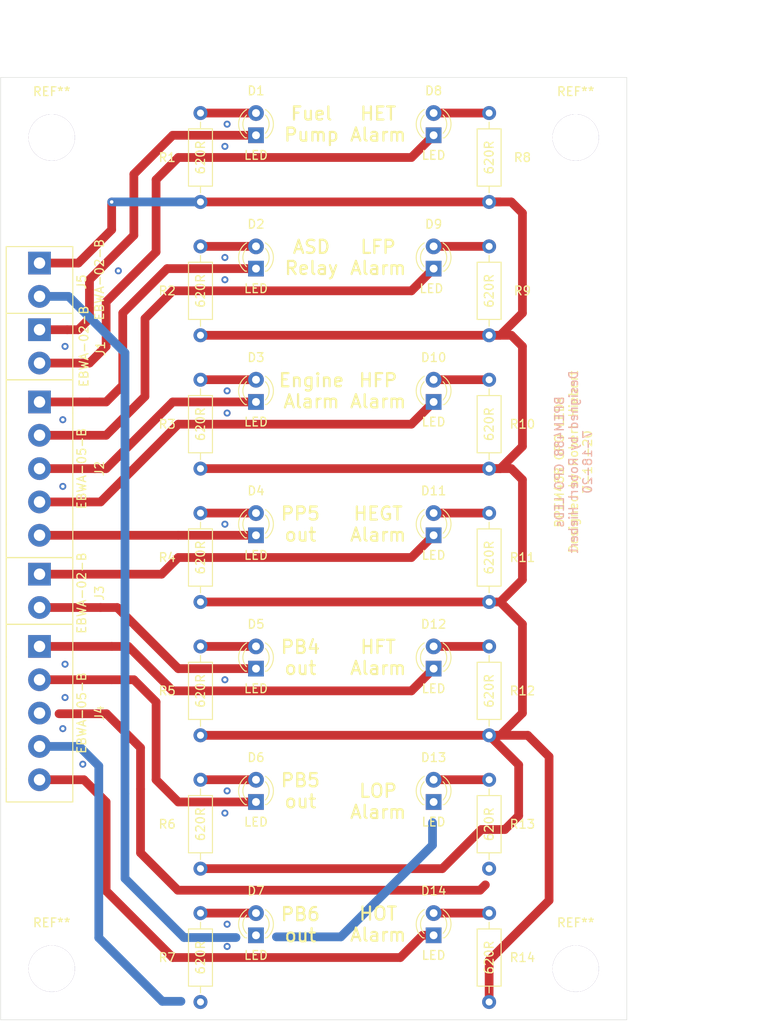
<source format=kicad_pcb>
(kicad_pcb (version 20171130) (host pcbnew "(5.1.6)-1")

  (general
    (thickness 1.6)
    (drawings 22)
    (tracks 164)
    (zones 0)
    (modules 37)
    (nets 31)
  )

  (page A4)
  (layers
    (0 F.Cu signal)
    (31 B.Cu signal)
    (32 B.Adhes user)
    (33 F.Adhes user)
    (34 B.Paste user)
    (35 F.Paste user)
    (36 B.SilkS user)
    (37 F.SilkS user)
    (38 B.Mask user)
    (39 F.Mask user)
    (40 Dwgs.User user)
    (41 Cmts.User user)
    (42 Eco1.User user)
    (43 Eco2.User user)
    (44 Edge.Cuts user)
    (45 Margin user)
    (46 B.CrtYd user)
    (47 F.CrtYd user)
    (48 B.Fab user)
    (49 F.Fab user)
  )

  (setup
    (last_trace_width 1)
    (user_trace_width 1)
    (trace_clearance 0.2)
    (zone_clearance 0.508)
    (zone_45_only no)
    (trace_min 0.2)
    (via_size 0.8)
    (via_drill 0.4)
    (via_min_size 0.4)
    (via_min_drill 0.3)
    (uvia_size 0.3)
    (uvia_drill 0.1)
    (uvias_allowed no)
    (uvia_min_size 0.2)
    (uvia_min_drill 0.1)
    (edge_width 0.05)
    (segment_width 0.2)
    (pcb_text_width 0.3)
    (pcb_text_size 1.5 1.5)
    (mod_edge_width 0.12)
    (mod_text_size 1 1)
    (mod_text_width 0.15)
    (pad_size 5.3 5.3)
    (pad_drill 5.3)
    (pad_to_mask_clearance 0.05)
    (aux_axis_origin 0 0)
    (visible_elements 7FFFF7FF)
    (pcbplotparams
      (layerselection 0x010f0_ffffffff)
      (usegerberextensions false)
      (usegerberattributes true)
      (usegerberadvancedattributes true)
      (creategerberjobfile true)
      (excludeedgelayer true)
      (linewidth 0.100000)
      (plotframeref false)
      (viasonmask false)
      (mode 1)
      (useauxorigin false)
      (hpglpennumber 1)
      (hpglpenspeed 20)
      (hpglpendiameter 15.000000)
      (psnegative false)
      (psa4output false)
      (plotreference true)
      (plotvalue true)
      (plotinvisibletext false)
      (padsonsilk false)
      (subtractmaskfromsilk false)
      (outputformat 1)
      (mirror false)
      (drillshape 0)
      (scaleselection 1)
      (outputdirectory ""))
  )

  (net 0 "")
  (net 1 "Net-(D1-Pad1)")
  (net 2 "Net-(D1-Pad2)")
  (net 3 "Net-(D2-Pad2)")
  (net 4 "Net-(D2-Pad1)")
  (net 5 "Net-(D3-Pad2)")
  (net 6 "Net-(D3-Pad1)")
  (net 7 "Net-(D4-Pad2)")
  (net 8 "Net-(D4-Pad1)")
  (net 9 "Net-(D5-Pad2)")
  (net 10 "Net-(D5-Pad1)")
  (net 11 "Net-(D6-Pad1)")
  (net 12 "Net-(D6-Pad2)")
  (net 13 "Net-(D7-Pad1)")
  (net 14 "Net-(D7-Pad2)")
  (net 15 /HET)
  (net 16 "Net-(D8-Pad2)")
  (net 17 /LFP)
  (net 18 "Net-(D9-Pad2)")
  (net 19 "Net-(D10-Pad2)")
  (net 20 /HFP)
  (net 21 "Net-(D11-Pad2)")
  (net 22 /HEGT)
  (net 23 /HFT)
  (net 24 "Net-(D12-Pad2)")
  (net 25 "Net-(D13-Pad2)")
  (net 26 /HOT)
  (net 27 /LOP)
  (net 28 "Net-(D14-Pad2)")
  (net 29 GND)
  (net 30 +12V)

  (net_class Default "This is the default net class."
    (clearance 0.2)
    (trace_width 0.25)
    (via_dia 0.8)
    (via_drill 0.4)
    (uvia_dia 0.3)
    (uvia_drill 0.1)
    (add_net +12V)
    (add_net /HEGT)
    (add_net /HET)
    (add_net /HFP)
    (add_net /HFT)
    (add_net /HOT)
    (add_net /LFP)
    (add_net /LOP)
    (add_net GND)
    (add_net "Net-(D1-Pad1)")
    (add_net "Net-(D1-Pad2)")
    (add_net "Net-(D10-Pad2)")
    (add_net "Net-(D11-Pad2)")
    (add_net "Net-(D12-Pad2)")
    (add_net "Net-(D13-Pad2)")
    (add_net "Net-(D14-Pad2)")
    (add_net "Net-(D2-Pad1)")
    (add_net "Net-(D2-Pad2)")
    (add_net "Net-(D3-Pad1)")
    (add_net "Net-(D3-Pad2)")
    (add_net "Net-(D4-Pad1)")
    (add_net "Net-(D4-Pad2)")
    (add_net "Net-(D5-Pad1)")
    (add_net "Net-(D5-Pad2)")
    (add_net "Net-(D6-Pad1)")
    (add_net "Net-(D6-Pad2)")
    (add_net "Net-(D7-Pad1)")
    (add_net "Net-(D7-Pad2)")
    (add_net "Net-(D8-Pad2)")
    (add_net "Net-(D9-Pad2)")
  )

  (net_class Standard ""
    (clearance 1)
    (trace_width 1)
    (via_dia 0.8)
    (via_drill 0.4)
    (uvia_dia 0.3)
    (uvia_drill 0.1)
  )

  (module MountingHole:MountingHole_5.3mm_M5_ISO14580_Pad (layer F.Cu) (tedit 5F13C501) (tstamp 5F14260B)
    (at 90.678 144.018)
    (descr "Mounting Hole 5.3mm, M5, ISO14580")
    (tags "mounting hole 5.3mm m5 iso14580")
    (attr virtual)
    (fp_text reference REF** (at 0 -5.25) (layer F.SilkS)
      (effects (font (size 1 1) (thickness 0.15)))
    )
    (fp_text value MountingHole_5.3mm_M5_ISO14580_Pad (at 6.35 -10.668 90) (layer F.Fab)
      (effects (font (size 1 1) (thickness 0.15)))
    )
    (fp_circle (center 0 0) (end 4.5 0) (layer F.CrtYd) (width 0.05))
    (fp_circle (center 0 0) (end 4.25 0) (layer Cmts.User) (width 0.15))
    (fp_text user %R (at 0.3 0) (layer F.Fab)
      (effects (font (size 1 1) (thickness 0.15)))
    )
    (pad "" thru_hole circle (at 0 0) (size 5.3 5.3) (drill 5.3) (layers *.Cu))
  )

  (module MountingHole:MountingHole_5.3mm_M5_ISO14580_Pad (layer F.Cu) (tedit 5F13C944) (tstamp 5F14260B)
    (at 150.622 144.018)
    (descr "Mounting Hole 5.3mm, M5, ISO14580")
    (tags "mounting hole 5.3mm m5 iso14580")
    (attr virtual)
    (fp_text reference REF** (at 0 -5.25) (layer F.SilkS)
      (effects (font (size 1 1) (thickness 0.15)))
    )
    (fp_text value MountingHole_5.3mm_M5_ISO14580_Pad (at -5.207 -10.287 90) (layer F.Fab)
      (effects (font (size 1 1) (thickness 0.15)))
    )
    (fp_circle (center 0 0) (end 4.5 0) (layer F.CrtYd) (width 0.05))
    (fp_circle (center 0 0) (end 4.25 0) (layer Cmts.User) (width 0.15))
    (fp_text user %R (at 0.3 0) (layer F.Fab)
      (effects (font (size 1 1) (thickness 0.15)))
    )
    (pad "" thru_hole circle (at 0 0) (size 5.3 5.3) (drill 5.3) (layers *.Cu))
  )

  (module MountingHole:MountingHole_5.3mm_M5_ISO14580_Pad (layer F.Cu) (tedit 5F13C501) (tstamp 5F14260B)
    (at 90.678 49.022)
    (descr "Mounting Hole 5.3mm, M5, ISO14580")
    (tags "mounting hole 5.3mm m5 iso14580")
    (attr virtual)
    (fp_text reference REF** (at 0 -5.25) (layer F.SilkS)
      (effects (font (size 1 1) (thickness 0.15)))
    )
    (fp_text value MountingHole_5.3mm_M5_ISO14580_Pad (at 8.636 8.636 90) (layer F.Fab)
      (effects (font (size 1 1) (thickness 0.15)))
    )
    (fp_circle (center 0 0) (end 4.5 0) (layer F.CrtYd) (width 0.05))
    (fp_circle (center 0 0) (end 4.25 0) (layer Cmts.User) (width 0.15))
    (fp_text user %R (at 0.3 0) (layer F.Fab)
      (effects (font (size 1 1) (thickness 0.15)))
    )
    (pad "" thru_hole circle (at 0 0) (size 5.3 5.3) (drill 5.3) (layers *.Cu))
  )

  (module MountingHole:MountingHole_5.3mm_M5_ISO14580_Pad (layer F.Cu) (tedit 5F13C501) (tstamp 5F1425CD)
    (at 150.622 49.022)
    (descr "Mounting Hole 5.3mm, M5, ISO14580")
    (tags "mounting hole 5.3mm m5 iso14580")
    (attr virtual)
    (fp_text reference REF** (at 0 -5.25) (layer F.SilkS)
      (effects (font (size 1 1) (thickness 0.15)))
    )
    (fp_text value MountingHole_5.3mm_M5_ISO14580_Pad (at -4.953 9.144 90) (layer F.Fab)
      (effects (font (size 1 1) (thickness 0.15)))
    )
    (fp_circle (center 0 0) (end 4.5 0) (layer F.CrtYd) (width 0.05))
    (fp_circle (center 0 0) (end 4.25 0) (layer Cmts.User) (width 0.15))
    (fp_text user %R (at 0.3 0) (layer F.Fab)
      (effects (font (size 1 1) (thickness 0.15)))
    )
    (pad "" thru_hole circle (at 0 0) (size 5.3 5.3) (drill 5.3) (layers *.Cu))
  )

  (module LED_THT:LED_D3.0mm (layer F.Cu) (tedit 587A3A7B) (tstamp 5F06A6E6)
    (at 114.046 48.768 90)
    (descr "LED, diameter 3.0mm, 2 pins")
    (tags "LED diameter 3.0mm 2 pins")
    (path /5F09BEBB)
    (fp_text reference D1 (at 5.08 0 180) (layer F.SilkS)
      (effects (font (size 1 1) (thickness 0.15)))
    )
    (fp_text value LED (at -2.286 0 180) (layer F.SilkS)
      (effects (font (size 1 1) (thickness 0.15)))
    )
    (fp_line (start 3.7 -2.25) (end -1.15 -2.25) (layer F.CrtYd) (width 0.05))
    (fp_line (start 3.7 2.25) (end 3.7 -2.25) (layer F.CrtYd) (width 0.05))
    (fp_line (start -1.15 2.25) (end 3.7 2.25) (layer F.CrtYd) (width 0.05))
    (fp_line (start -1.15 -2.25) (end -1.15 2.25) (layer F.CrtYd) (width 0.05))
    (fp_line (start -0.29 1.08) (end -0.29 1.236) (layer F.SilkS) (width 0.12))
    (fp_line (start -0.29 -1.236) (end -0.29 -1.08) (layer F.SilkS) (width 0.12))
    (fp_line (start -0.23 -1.16619) (end -0.23 1.16619) (layer F.Fab) (width 0.1))
    (fp_circle (center 1.27 0) (end 2.77 0) (layer F.Fab) (width 0.1))
    (fp_arc (start 1.27 0) (end -0.23 -1.16619) (angle 284.3) (layer F.Fab) (width 0.1))
    (fp_arc (start 1.27 0) (end -0.29 -1.235516) (angle 108.8) (layer F.SilkS) (width 0.12))
    (fp_arc (start 1.27 0) (end -0.29 1.235516) (angle -108.8) (layer F.SilkS) (width 0.12))
    (fp_arc (start 1.27 0) (end 0.229039 -1.08) (angle 87.9) (layer F.SilkS) (width 0.12))
    (fp_arc (start 1.27 0) (end 0.229039 1.08) (angle -87.9) (layer F.SilkS) (width 0.12))
    (pad 1 thru_hole rect (at 0 0 90) (size 1.8 1.8) (drill 0.9) (layers *.Cu *.Mask)
      (net 1 "Net-(D1-Pad1)"))
    (pad 2 thru_hole circle (at 2.54 0 90) (size 1.8 1.8) (drill 0.9) (layers *.Cu *.Mask)
      (net 2 "Net-(D1-Pad2)"))
    (model ${KISYS3DMOD}/LED_THT.3dshapes/LED_D3.0mm.wrl
      (at (xyz 0 0 0))
      (scale (xyz 1 1 1))
      (rotate (xyz 0 0 0))
    )
  )

  (module LED_THT:LED_D3.0mm (layer F.Cu) (tedit 587A3A7B) (tstamp 5F06A6F9)
    (at 114.046 64.008 90)
    (descr "LED, diameter 3.0mm, 2 pins")
    (tags "LED diameter 3.0mm 2 pins")
    (path /5F09DD3C)
    (fp_text reference D2 (at 5.08 0 180) (layer F.SilkS)
      (effects (font (size 1 1) (thickness 0.15)))
    )
    (fp_text value LED (at -2.286 0 180) (layer F.SilkS)
      (effects (font (size 1 1) (thickness 0.15)))
    )
    (fp_circle (center 1.27 0) (end 2.77 0) (layer F.Fab) (width 0.1))
    (fp_line (start -0.23 -1.16619) (end -0.23 1.16619) (layer F.Fab) (width 0.1))
    (fp_line (start -0.29 -1.236) (end -0.29 -1.08) (layer F.SilkS) (width 0.12))
    (fp_line (start -0.29 1.08) (end -0.29 1.236) (layer F.SilkS) (width 0.12))
    (fp_line (start -1.15 -2.25) (end -1.15 2.25) (layer F.CrtYd) (width 0.05))
    (fp_line (start -1.15 2.25) (end 3.7 2.25) (layer F.CrtYd) (width 0.05))
    (fp_line (start 3.7 2.25) (end 3.7 -2.25) (layer F.CrtYd) (width 0.05))
    (fp_line (start 3.7 -2.25) (end -1.15 -2.25) (layer F.CrtYd) (width 0.05))
    (fp_arc (start 1.27 0) (end 0.229039 1.08) (angle -87.9) (layer F.SilkS) (width 0.12))
    (fp_arc (start 1.27 0) (end 0.229039 -1.08) (angle 87.9) (layer F.SilkS) (width 0.12))
    (fp_arc (start 1.27 0) (end -0.29 1.235516) (angle -108.8) (layer F.SilkS) (width 0.12))
    (fp_arc (start 1.27 0) (end -0.29 -1.235516) (angle 108.8) (layer F.SilkS) (width 0.12))
    (fp_arc (start 1.27 0) (end -0.23 -1.16619) (angle 284.3) (layer F.Fab) (width 0.1))
    (pad 2 thru_hole circle (at 2.54 0 90) (size 1.8 1.8) (drill 0.9) (layers *.Cu *.Mask)
      (net 3 "Net-(D2-Pad2)"))
    (pad 1 thru_hole rect (at 0 0 90) (size 1.8 1.8) (drill 0.9) (layers *.Cu *.Mask)
      (net 4 "Net-(D2-Pad1)"))
    (model ${KISYS3DMOD}/LED_THT.3dshapes/LED_D3.0mm.wrl
      (at (xyz 0 0 0))
      (scale (xyz 1 1 1))
      (rotate (xyz 0 0 0))
    )
  )

  (module LED_THT:LED_D3.0mm (layer F.Cu) (tedit 587A3A7B) (tstamp 5F06A70C)
    (at 114.046 79.248 90)
    (descr "LED, diameter 3.0mm, 2 pins")
    (tags "LED diameter 3.0mm 2 pins")
    (path /5F0965F9)
    (fp_text reference D3 (at 5.08 0 180) (layer F.SilkS)
      (effects (font (size 1 1) (thickness 0.15)))
    )
    (fp_text value LED (at -2.286 0 180) (layer F.SilkS)
      (effects (font (size 1 1) (thickness 0.15)))
    )
    (fp_circle (center 1.27 0) (end 2.77 0) (layer F.Fab) (width 0.1))
    (fp_line (start -0.23 -1.16619) (end -0.23 1.16619) (layer F.Fab) (width 0.1))
    (fp_line (start -0.29 -1.236) (end -0.29 -1.08) (layer F.SilkS) (width 0.12))
    (fp_line (start -0.29 1.08) (end -0.29 1.236) (layer F.SilkS) (width 0.12))
    (fp_line (start -1.15 -2.25) (end -1.15 2.25) (layer F.CrtYd) (width 0.05))
    (fp_line (start -1.15 2.25) (end 3.7 2.25) (layer F.CrtYd) (width 0.05))
    (fp_line (start 3.7 2.25) (end 3.7 -2.25) (layer F.CrtYd) (width 0.05))
    (fp_line (start 3.7 -2.25) (end -1.15 -2.25) (layer F.CrtYd) (width 0.05))
    (fp_arc (start 1.27 0) (end 0.229039 1.08) (angle -87.9) (layer F.SilkS) (width 0.12))
    (fp_arc (start 1.27 0) (end 0.229039 -1.08) (angle 87.9) (layer F.SilkS) (width 0.12))
    (fp_arc (start 1.27 0) (end -0.29 1.235516) (angle -108.8) (layer F.SilkS) (width 0.12))
    (fp_arc (start 1.27 0) (end -0.29 -1.235516) (angle 108.8) (layer F.SilkS) (width 0.12))
    (fp_arc (start 1.27 0) (end -0.23 -1.16619) (angle 284.3) (layer F.Fab) (width 0.1))
    (pad 2 thru_hole circle (at 2.54 0 90) (size 1.8 1.8) (drill 0.9) (layers *.Cu *.Mask)
      (net 5 "Net-(D3-Pad2)"))
    (pad 1 thru_hole rect (at 0 0 90) (size 1.8 1.8) (drill 0.9) (layers *.Cu *.Mask)
      (net 6 "Net-(D3-Pad1)"))
    (model ${KISYS3DMOD}/LED_THT.3dshapes/LED_D3.0mm.wrl
      (at (xyz 0 0 0))
      (scale (xyz 1 1 1))
      (rotate (xyz 0 0 0))
    )
  )

  (module LED_THT:LED_D3.0mm (layer F.Cu) (tedit 587A3A7B) (tstamp 5F06A71F)
    (at 114.046 94.488 90)
    (descr "LED, diameter 3.0mm, 2 pins")
    (tags "LED diameter 3.0mm 2 pins")
    (path /5F096611)
    (fp_text reference D4 (at 5.08 0 180) (layer F.SilkS)
      (effects (font (size 1 1) (thickness 0.15)))
    )
    (fp_text value LED (at -2.286 0 180) (layer F.SilkS)
      (effects (font (size 1 1) (thickness 0.15)))
    )
    (fp_circle (center 1.27 0) (end 2.77 0) (layer F.Fab) (width 0.1))
    (fp_line (start -0.23 -1.16619) (end -0.23 1.16619) (layer F.Fab) (width 0.1))
    (fp_line (start -0.29 -1.236) (end -0.29 -1.08) (layer F.SilkS) (width 0.12))
    (fp_line (start -0.29 1.08) (end -0.29 1.236) (layer F.SilkS) (width 0.12))
    (fp_line (start -1.15 -2.25) (end -1.15 2.25) (layer F.CrtYd) (width 0.05))
    (fp_line (start -1.15 2.25) (end 3.7 2.25) (layer F.CrtYd) (width 0.05))
    (fp_line (start 3.7 2.25) (end 3.7 -2.25) (layer F.CrtYd) (width 0.05))
    (fp_line (start 3.7 -2.25) (end -1.15 -2.25) (layer F.CrtYd) (width 0.05))
    (fp_arc (start 1.27 0) (end 0.229039 1.08) (angle -87.9) (layer F.SilkS) (width 0.12))
    (fp_arc (start 1.27 0) (end 0.229039 -1.08) (angle 87.9) (layer F.SilkS) (width 0.12))
    (fp_arc (start 1.27 0) (end -0.29 1.235516) (angle -108.8) (layer F.SilkS) (width 0.12))
    (fp_arc (start 1.27 0) (end -0.29 -1.235516) (angle 108.8) (layer F.SilkS) (width 0.12))
    (fp_arc (start 1.27 0) (end -0.23 -1.16619) (angle 284.3) (layer F.Fab) (width 0.1))
    (pad 2 thru_hole circle (at 2.54 0 90) (size 1.8 1.8) (drill 0.9) (layers *.Cu *.Mask)
      (net 7 "Net-(D4-Pad2)"))
    (pad 1 thru_hole rect (at 0 0 90) (size 1.8 1.8) (drill 0.9) (layers *.Cu *.Mask)
      (net 8 "Net-(D4-Pad1)"))
    (model ${KISYS3DMOD}/LED_THT.3dshapes/LED_D3.0mm.wrl
      (at (xyz 0 0 0))
      (scale (xyz 1 1 1))
      (rotate (xyz 0 0 0))
    )
  )

  (module LED_THT:LED_D3.0mm (layer F.Cu) (tedit 587A3A7B) (tstamp 5F06A732)
    (at 114.046 109.728 90)
    (descr "LED, diameter 3.0mm, 2 pins")
    (tags "LED diameter 3.0mm 2 pins")
    (path /5F0A85CE)
    (fp_text reference D5 (at 5.08 0 180) (layer F.SilkS)
      (effects (font (size 1 1) (thickness 0.15)))
    )
    (fp_text value LED (at -2.286 0 180) (layer F.SilkS)
      (effects (font (size 1 1) (thickness 0.15)))
    )
    (fp_circle (center 1.27 0) (end 2.77 0) (layer F.Fab) (width 0.1))
    (fp_line (start -0.23 -1.16619) (end -0.23 1.16619) (layer F.Fab) (width 0.1))
    (fp_line (start -0.29 -1.236) (end -0.29 -1.08) (layer F.SilkS) (width 0.12))
    (fp_line (start -0.29 1.08) (end -0.29 1.236) (layer F.SilkS) (width 0.12))
    (fp_line (start -1.15 -2.25) (end -1.15 2.25) (layer F.CrtYd) (width 0.05))
    (fp_line (start -1.15 2.25) (end 3.7 2.25) (layer F.CrtYd) (width 0.05))
    (fp_line (start 3.7 2.25) (end 3.7 -2.25) (layer F.CrtYd) (width 0.05))
    (fp_line (start 3.7 -2.25) (end -1.15 -2.25) (layer F.CrtYd) (width 0.05))
    (fp_arc (start 1.27 0) (end 0.229039 1.08) (angle -87.9) (layer F.SilkS) (width 0.12))
    (fp_arc (start 1.27 0) (end 0.229039 -1.08) (angle 87.9) (layer F.SilkS) (width 0.12))
    (fp_arc (start 1.27 0) (end -0.29 1.235516) (angle -108.8) (layer F.SilkS) (width 0.12))
    (fp_arc (start 1.27 0) (end -0.29 -1.235516) (angle 108.8) (layer F.SilkS) (width 0.12))
    (fp_arc (start 1.27 0) (end -0.23 -1.16619) (angle 284.3) (layer F.Fab) (width 0.1))
    (pad 2 thru_hole circle (at 2.54 0 90) (size 1.8 1.8) (drill 0.9) (layers *.Cu *.Mask)
      (net 9 "Net-(D5-Pad2)"))
    (pad 1 thru_hole rect (at 0 0 90) (size 1.8 1.8) (drill 0.9) (layers *.Cu *.Mask)
      (net 10 "Net-(D5-Pad1)"))
    (model ${KISYS3DMOD}/LED_THT.3dshapes/LED_D3.0mm.wrl
      (at (xyz 0 0 0))
      (scale (xyz 1 1 1))
      (rotate (xyz 0 0 0))
    )
  )

  (module LED_THT:LED_D3.0mm (layer F.Cu) (tedit 587A3A7B) (tstamp 5F06A745)
    (at 114.046 124.968 90)
    (descr "LED, diameter 3.0mm, 2 pins")
    (tags "LED diameter 3.0mm 2 pins")
    (path /5F0A8A70)
    (fp_text reference D6 (at 5.08 0 180) (layer F.SilkS)
      (effects (font (size 1 1) (thickness 0.15)))
    )
    (fp_text value LED (at -2.286 0 180) (layer F.SilkS)
      (effects (font (size 1 1) (thickness 0.15)))
    )
    (fp_line (start 3.7 -2.25) (end -1.15 -2.25) (layer F.CrtYd) (width 0.05))
    (fp_line (start 3.7 2.25) (end 3.7 -2.25) (layer F.CrtYd) (width 0.05))
    (fp_line (start -1.15 2.25) (end 3.7 2.25) (layer F.CrtYd) (width 0.05))
    (fp_line (start -1.15 -2.25) (end -1.15 2.25) (layer F.CrtYd) (width 0.05))
    (fp_line (start -0.29 1.08) (end -0.29 1.236) (layer F.SilkS) (width 0.12))
    (fp_line (start -0.29 -1.236) (end -0.29 -1.08) (layer F.SilkS) (width 0.12))
    (fp_line (start -0.23 -1.16619) (end -0.23 1.16619) (layer F.Fab) (width 0.1))
    (fp_circle (center 1.27 0) (end 2.77 0) (layer F.Fab) (width 0.1))
    (fp_arc (start 1.27 0) (end -0.23 -1.16619) (angle 284.3) (layer F.Fab) (width 0.1))
    (fp_arc (start 1.27 0) (end -0.29 -1.235516) (angle 108.8) (layer F.SilkS) (width 0.12))
    (fp_arc (start 1.27 0) (end -0.29 1.235516) (angle -108.8) (layer F.SilkS) (width 0.12))
    (fp_arc (start 1.27 0) (end 0.229039 -1.08) (angle 87.9) (layer F.SilkS) (width 0.12))
    (fp_arc (start 1.27 0) (end 0.229039 1.08) (angle -87.9) (layer F.SilkS) (width 0.12))
    (pad 1 thru_hole rect (at 0 0 90) (size 1.8 1.8) (drill 0.9) (layers *.Cu *.Mask)
      (net 11 "Net-(D6-Pad1)"))
    (pad 2 thru_hole circle (at 2.54 0 90) (size 1.8 1.8) (drill 0.9) (layers *.Cu *.Mask)
      (net 12 "Net-(D6-Pad2)"))
    (model ${KISYS3DMOD}/LED_THT.3dshapes/LED_D3.0mm.wrl
      (at (xyz 0 0 0))
      (scale (xyz 1 1 1))
      (rotate (xyz 0 0 0))
    )
  )

  (module LED_THT:LED_D3.0mm (layer F.Cu) (tedit 587A3A7B) (tstamp 5F06A758)
    (at 114.046 140.208 90)
    (descr "LED, diameter 3.0mm, 2 pins")
    (tags "LED diameter 3.0mm 2 pins")
    (path /5F0A8E4E)
    (fp_text reference D7 (at 5.08 0 180) (layer F.SilkS)
      (effects (font (size 1 1) (thickness 0.15)))
    )
    (fp_text value LED (at -2.286 0 180) (layer F.SilkS)
      (effects (font (size 1 1) (thickness 0.15)))
    )
    (fp_line (start 3.7 -2.25) (end -1.15 -2.25) (layer F.CrtYd) (width 0.05))
    (fp_line (start 3.7 2.25) (end 3.7 -2.25) (layer F.CrtYd) (width 0.05))
    (fp_line (start -1.15 2.25) (end 3.7 2.25) (layer F.CrtYd) (width 0.05))
    (fp_line (start -1.15 -2.25) (end -1.15 2.25) (layer F.CrtYd) (width 0.05))
    (fp_line (start -0.29 1.08) (end -0.29 1.236) (layer F.SilkS) (width 0.12))
    (fp_line (start -0.29 -1.236) (end -0.29 -1.08) (layer F.SilkS) (width 0.12))
    (fp_line (start -0.23 -1.16619) (end -0.23 1.16619) (layer F.Fab) (width 0.1))
    (fp_circle (center 1.27 0) (end 2.77 0) (layer F.Fab) (width 0.1))
    (fp_arc (start 1.27 0) (end -0.23 -1.16619) (angle 284.3) (layer F.Fab) (width 0.1))
    (fp_arc (start 1.27 0) (end -0.29 -1.235516) (angle 108.8) (layer F.SilkS) (width 0.12))
    (fp_arc (start 1.27 0) (end -0.29 1.235516) (angle -108.8) (layer F.SilkS) (width 0.12))
    (fp_arc (start 1.27 0) (end 0.229039 -1.08) (angle 87.9) (layer F.SilkS) (width 0.12))
    (fp_arc (start 1.27 0) (end 0.229039 1.08) (angle -87.9) (layer F.SilkS) (width 0.12))
    (pad 1 thru_hole rect (at 0 0 90) (size 1.8 1.8) (drill 0.9) (layers *.Cu *.Mask)
      (net 13 "Net-(D7-Pad1)"))
    (pad 2 thru_hole circle (at 2.54 0 90) (size 1.8 1.8) (drill 0.9) (layers *.Cu *.Mask)
      (net 14 "Net-(D7-Pad2)"))
    (model ${KISYS3DMOD}/LED_THT.3dshapes/LED_D3.0mm.wrl
      (at (xyz 0 0 0))
      (scale (xyz 1 1 1))
      (rotate (xyz 0 0 0))
    )
  )

  (module LED_THT:LED_D3.0mm (layer F.Cu) (tedit 587A3A7B) (tstamp 5F06A76B)
    (at 134.366 48.768 90)
    (descr "LED, diameter 3.0mm, 2 pins")
    (tags "LED diameter 3.0mm 2 pins")
    (path /5F0A3E45)
    (fp_text reference D8 (at 5.08 0 180) (layer F.SilkS)
      (effects (font (size 1 1) (thickness 0.15)))
    )
    (fp_text value LED (at -2.286 0 180) (layer F.SilkS)
      (effects (font (size 1 1) (thickness 0.15)))
    )
    (fp_line (start 3.7 -2.25) (end -1.15 -2.25) (layer F.CrtYd) (width 0.05))
    (fp_line (start 3.7 2.25) (end 3.7 -2.25) (layer F.CrtYd) (width 0.05))
    (fp_line (start -1.15 2.25) (end 3.7 2.25) (layer F.CrtYd) (width 0.05))
    (fp_line (start -1.15 -2.25) (end -1.15 2.25) (layer F.CrtYd) (width 0.05))
    (fp_line (start -0.29 1.08) (end -0.29 1.236) (layer F.SilkS) (width 0.12))
    (fp_line (start -0.29 -1.236) (end -0.29 -1.08) (layer F.SilkS) (width 0.12))
    (fp_line (start -0.23 -1.16619) (end -0.23 1.16619) (layer F.Fab) (width 0.1))
    (fp_circle (center 1.27 0) (end 2.77 0) (layer F.Fab) (width 0.1))
    (fp_arc (start 1.27 0) (end -0.23 -1.16619) (angle 284.3) (layer F.Fab) (width 0.1))
    (fp_arc (start 1.27 0) (end -0.29 -1.235516) (angle 108.8) (layer F.SilkS) (width 0.12))
    (fp_arc (start 1.27 0) (end -0.29 1.235516) (angle -108.8) (layer F.SilkS) (width 0.12))
    (fp_arc (start 1.27 0) (end 0.229039 -1.08) (angle 87.9) (layer F.SilkS) (width 0.12))
    (fp_arc (start 1.27 0) (end 0.229039 1.08) (angle -87.9) (layer F.SilkS) (width 0.12))
    (pad 1 thru_hole rect (at 0 0 90) (size 1.8 1.8) (drill 0.9) (layers *.Cu *.Mask)
      (net 15 /HET))
    (pad 2 thru_hole circle (at 2.54 0 90) (size 1.8 1.8) (drill 0.9) (layers *.Cu *.Mask)
      (net 16 "Net-(D8-Pad2)"))
    (model ${KISYS3DMOD}/LED_THT.3dshapes/LED_D3.0mm.wrl
      (at (xyz 0 0 0))
      (scale (xyz 1 1 1))
      (rotate (xyz 0 0 0))
    )
  )

  (module LED_THT:LED_D3.0mm (layer F.Cu) (tedit 587A3A7B) (tstamp 5F06A77E)
    (at 134.366 64.008 90)
    (descr "LED, diameter 3.0mm, 2 pins")
    (tags "LED diameter 3.0mm 2 pins")
    (path /5F0A6647)
    (fp_text reference D9 (at 5.08 0 180) (layer F.SilkS)
      (effects (font (size 1 1) (thickness 0.15)))
    )
    (fp_text value LED (at -2.286 -0.254 180) (layer F.SilkS)
      (effects (font (size 1 1) (thickness 0.15)))
    )
    (fp_line (start 3.7 -2.25) (end -1.15 -2.25) (layer F.CrtYd) (width 0.05))
    (fp_line (start 3.7 2.25) (end 3.7 -2.25) (layer F.CrtYd) (width 0.05))
    (fp_line (start -1.15 2.25) (end 3.7 2.25) (layer F.CrtYd) (width 0.05))
    (fp_line (start -1.15 -2.25) (end -1.15 2.25) (layer F.CrtYd) (width 0.05))
    (fp_line (start -0.29 1.08) (end -0.29 1.236) (layer F.SilkS) (width 0.12))
    (fp_line (start -0.29 -1.236) (end -0.29 -1.08) (layer F.SilkS) (width 0.12))
    (fp_line (start -0.23 -1.16619) (end -0.23 1.16619) (layer F.Fab) (width 0.1))
    (fp_circle (center 1.27 0) (end 2.77 0) (layer F.Fab) (width 0.1))
    (fp_arc (start 1.27 0) (end -0.23 -1.16619) (angle 284.3) (layer F.Fab) (width 0.1))
    (fp_arc (start 1.27 0) (end -0.29 -1.235516) (angle 108.8) (layer F.SilkS) (width 0.12))
    (fp_arc (start 1.27 0) (end -0.29 1.235516) (angle -108.8) (layer F.SilkS) (width 0.12))
    (fp_arc (start 1.27 0) (end 0.229039 -1.08) (angle 87.9) (layer F.SilkS) (width 0.12))
    (fp_arc (start 1.27 0) (end 0.229039 1.08) (angle -87.9) (layer F.SilkS) (width 0.12))
    (pad 1 thru_hole rect (at 0 0 90) (size 1.8 1.8) (drill 0.9) (layers *.Cu *.Mask)
      (net 17 /LFP))
    (pad 2 thru_hole circle (at 2.54 0 90) (size 1.8 1.8) (drill 0.9) (layers *.Cu *.Mask)
      (net 18 "Net-(D9-Pad2)"))
    (model ${KISYS3DMOD}/LED_THT.3dshapes/LED_D3.0mm.wrl
      (at (xyz 0 0 0))
      (scale (xyz 1 1 1))
      (rotate (xyz 0 0 0))
    )
  )

  (module LED_THT:LED_D3.0mm (layer F.Cu) (tedit 587A3A7B) (tstamp 5F06A791)
    (at 134.366 79.248 90)
    (descr "LED, diameter 3.0mm, 2 pins")
    (tags "LED diameter 3.0mm 2 pins")
    (path /5F0A6A8C)
    (fp_text reference D10 (at 5.08 0 180) (layer F.SilkS)
      (effects (font (size 1 1) (thickness 0.15)))
    )
    (fp_text value LED (at -2.286 0 180) (layer F.SilkS)
      (effects (font (size 1 1) (thickness 0.15)))
    )
    (fp_circle (center 1.27 0) (end 2.77 0) (layer F.Fab) (width 0.1))
    (fp_line (start -0.23 -1.16619) (end -0.23 1.16619) (layer F.Fab) (width 0.1))
    (fp_line (start -0.29 -1.236) (end -0.29 -1.08) (layer F.SilkS) (width 0.12))
    (fp_line (start -0.29 1.08) (end -0.29 1.236) (layer F.SilkS) (width 0.12))
    (fp_line (start -1.15 -2.25) (end -1.15 2.25) (layer F.CrtYd) (width 0.05))
    (fp_line (start -1.15 2.25) (end 3.7 2.25) (layer F.CrtYd) (width 0.05))
    (fp_line (start 3.7 2.25) (end 3.7 -2.25) (layer F.CrtYd) (width 0.05))
    (fp_line (start 3.7 -2.25) (end -1.15 -2.25) (layer F.CrtYd) (width 0.05))
    (fp_arc (start 1.27 0) (end 0.229039 1.08) (angle -87.9) (layer F.SilkS) (width 0.12))
    (fp_arc (start 1.27 0) (end 0.229039 -1.08) (angle 87.9) (layer F.SilkS) (width 0.12))
    (fp_arc (start 1.27 0) (end -0.29 1.235516) (angle -108.8) (layer F.SilkS) (width 0.12))
    (fp_arc (start 1.27 0) (end -0.29 -1.235516) (angle 108.8) (layer F.SilkS) (width 0.12))
    (fp_arc (start 1.27 0) (end -0.23 -1.16619) (angle 284.3) (layer F.Fab) (width 0.1))
    (pad 2 thru_hole circle (at 2.54 0 90) (size 1.8 1.8) (drill 0.9) (layers *.Cu *.Mask)
      (net 19 "Net-(D10-Pad2)"))
    (pad 1 thru_hole rect (at 0 0 90) (size 1.8 1.8) (drill 0.9) (layers *.Cu *.Mask)
      (net 20 /HFP))
    (model ${KISYS3DMOD}/LED_THT.3dshapes/LED_D3.0mm.wrl
      (at (xyz 0 0 0))
      (scale (xyz 1 1 1))
      (rotate (xyz 0 0 0))
    )
  )

  (module LED_THT:LED_D3.0mm (layer F.Cu) (tedit 587A3A7B) (tstamp 5F06A7A4)
    (at 134.366 94.488 90)
    (descr "LED, diameter 3.0mm, 2 pins")
    (tags "LED diameter 3.0mm 2 pins")
    (path /5F0A6F6C)
    (fp_text reference D11 (at 5.08 0 180) (layer F.SilkS)
      (effects (font (size 1 1) (thickness 0.15)))
    )
    (fp_text value LED (at -2.286 0 180) (layer F.SilkS)
      (effects (font (size 1 1) (thickness 0.15)))
    )
    (fp_circle (center 1.27 0) (end 2.77 0) (layer F.Fab) (width 0.1))
    (fp_line (start -0.23 -1.16619) (end -0.23 1.16619) (layer F.Fab) (width 0.1))
    (fp_line (start -0.29 -1.236) (end -0.29 -1.08) (layer F.SilkS) (width 0.12))
    (fp_line (start -0.29 1.08) (end -0.29 1.236) (layer F.SilkS) (width 0.12))
    (fp_line (start -1.15 -2.25) (end -1.15 2.25) (layer F.CrtYd) (width 0.05))
    (fp_line (start -1.15 2.25) (end 3.7 2.25) (layer F.CrtYd) (width 0.05))
    (fp_line (start 3.7 2.25) (end 3.7 -2.25) (layer F.CrtYd) (width 0.05))
    (fp_line (start 3.7 -2.25) (end -1.15 -2.25) (layer F.CrtYd) (width 0.05))
    (fp_arc (start 1.27 0) (end 0.229039 1.08) (angle -87.9) (layer F.SilkS) (width 0.12))
    (fp_arc (start 1.27 0) (end 0.229039 -1.08) (angle 87.9) (layer F.SilkS) (width 0.12))
    (fp_arc (start 1.27 0) (end -0.29 1.235516) (angle -108.8) (layer F.SilkS) (width 0.12))
    (fp_arc (start 1.27 0) (end -0.29 -1.235516) (angle 108.8) (layer F.SilkS) (width 0.12))
    (fp_arc (start 1.27 0) (end -0.23 -1.16619) (angle 284.3) (layer F.Fab) (width 0.1))
    (pad 2 thru_hole circle (at 2.54 0 90) (size 1.8 1.8) (drill 0.9) (layers *.Cu *.Mask)
      (net 21 "Net-(D11-Pad2)"))
    (pad 1 thru_hole rect (at 0 0 90) (size 1.8 1.8) (drill 0.9) (layers *.Cu *.Mask)
      (net 22 /HEGT))
    (model ${KISYS3DMOD}/LED_THT.3dshapes/LED_D3.0mm.wrl
      (at (xyz 0 0 0))
      (scale (xyz 1 1 1))
      (rotate (xyz 0 0 0))
    )
  )

  (module LED_THT:LED_D3.0mm (layer F.Cu) (tedit 587A3A7B) (tstamp 5F06A7B7)
    (at 134.366 109.728 90)
    (descr "LED, diameter 3.0mm, 2 pins")
    (tags "LED diameter 3.0mm 2 pins")
    (path /5F0A7398)
    (fp_text reference D12 (at 5.08 0 180) (layer F.SilkS)
      (effects (font (size 1 1) (thickness 0.15)))
    )
    (fp_text value LED (at -2.286 0 180) (layer F.SilkS)
      (effects (font (size 1 1) (thickness 0.15)))
    )
    (fp_line (start 3.7 -2.25) (end -1.15 -2.25) (layer F.CrtYd) (width 0.05))
    (fp_line (start 3.7 2.25) (end 3.7 -2.25) (layer F.CrtYd) (width 0.05))
    (fp_line (start -1.15 2.25) (end 3.7 2.25) (layer F.CrtYd) (width 0.05))
    (fp_line (start -1.15 -2.25) (end -1.15 2.25) (layer F.CrtYd) (width 0.05))
    (fp_line (start -0.29 1.08) (end -0.29 1.236) (layer F.SilkS) (width 0.12))
    (fp_line (start -0.29 -1.236) (end -0.29 -1.08) (layer F.SilkS) (width 0.12))
    (fp_line (start -0.23 -1.16619) (end -0.23 1.16619) (layer F.Fab) (width 0.1))
    (fp_circle (center 1.27 0) (end 2.77 0) (layer F.Fab) (width 0.1))
    (fp_arc (start 1.27 0) (end -0.23 -1.16619) (angle 284.3) (layer F.Fab) (width 0.1))
    (fp_arc (start 1.27 0) (end -0.29 -1.235516) (angle 108.8) (layer F.SilkS) (width 0.12))
    (fp_arc (start 1.27 0) (end -0.29 1.235516) (angle -108.8) (layer F.SilkS) (width 0.12))
    (fp_arc (start 1.27 0) (end 0.229039 -1.08) (angle 87.9) (layer F.SilkS) (width 0.12))
    (fp_arc (start 1.27 0) (end 0.229039 1.08) (angle -87.9) (layer F.SilkS) (width 0.12))
    (pad 1 thru_hole rect (at 0 0 90) (size 1.8 1.8) (drill 0.9) (layers *.Cu *.Mask)
      (net 23 /HFT))
    (pad 2 thru_hole circle (at 2.54 0 90) (size 1.8 1.8) (drill 0.9) (layers *.Cu *.Mask)
      (net 24 "Net-(D12-Pad2)"))
    (model ${KISYS3DMOD}/LED_THT.3dshapes/LED_D3.0mm.wrl
      (at (xyz 0 0 0))
      (scale (xyz 1 1 1))
      (rotate (xyz 0 0 0))
    )
  )

  (module LED_THT:LED_D3.0mm (layer F.Cu) (tedit 587A3A7B) (tstamp 5F06A7CA)
    (at 134.366 124.968 90)
    (descr "LED, diameter 3.0mm, 2 pins")
    (tags "LED diameter 3.0mm 2 pins")
    (path /5F0A7802)
    (fp_text reference D13 (at 5.08 0 180) (layer F.SilkS)
      (effects (font (size 1 1) (thickness 0.15)))
    )
    (fp_text value LED (at -2.286 0 180) (layer F.SilkS)
      (effects (font (size 1 1) (thickness 0.15)))
    )
    (fp_circle (center 1.27 0) (end 2.77 0) (layer F.Fab) (width 0.1))
    (fp_line (start -0.23 -1.16619) (end -0.23 1.16619) (layer F.Fab) (width 0.1))
    (fp_line (start -0.29 -1.236) (end -0.29 -1.08) (layer F.SilkS) (width 0.12))
    (fp_line (start -0.29 1.08) (end -0.29 1.236) (layer F.SilkS) (width 0.12))
    (fp_line (start -1.15 -2.25) (end -1.15 2.25) (layer F.CrtYd) (width 0.05))
    (fp_line (start -1.15 2.25) (end 3.7 2.25) (layer F.CrtYd) (width 0.05))
    (fp_line (start 3.7 2.25) (end 3.7 -2.25) (layer F.CrtYd) (width 0.05))
    (fp_line (start 3.7 -2.25) (end -1.15 -2.25) (layer F.CrtYd) (width 0.05))
    (fp_arc (start 1.27 0) (end 0.229039 1.08) (angle -87.9) (layer F.SilkS) (width 0.12))
    (fp_arc (start 1.27 0) (end 0.229039 -1.08) (angle 87.9) (layer F.SilkS) (width 0.12))
    (fp_arc (start 1.27 0) (end -0.29 1.235516) (angle -108.8) (layer F.SilkS) (width 0.12))
    (fp_arc (start 1.27 0) (end -0.29 -1.235516) (angle 108.8) (layer F.SilkS) (width 0.12))
    (fp_arc (start 1.27 0) (end -0.23 -1.16619) (angle 284.3) (layer F.Fab) (width 0.1))
    (pad 2 thru_hole circle (at 2.54 0 90) (size 1.8 1.8) (drill 0.9) (layers *.Cu *.Mask)
      (net 25 "Net-(D13-Pad2)"))
    (pad 1 thru_hole rect (at 0 0 90) (size 1.8 1.8) (drill 0.9) (layers *.Cu *.Mask)
      (net 26 /HOT))
    (model ${KISYS3DMOD}/LED_THT.3dshapes/LED_D3.0mm.wrl
      (at (xyz 0 0 0))
      (scale (xyz 1 1 1))
      (rotate (xyz 0 0 0))
    )
  )

  (module LED_THT:LED_D3.0mm (layer F.Cu) (tedit 587A3A7B) (tstamp 5F06A7DD)
    (at 134.366 140.208 90)
    (descr "LED, diameter 3.0mm, 2 pins")
    (tags "LED diameter 3.0mm 2 pins")
    (path /5F0A7BB3)
    (fp_text reference D14 (at 5.08 0 180) (layer F.SilkS)
      (effects (font (size 1 1) (thickness 0.15)))
    )
    (fp_text value LED (at -2.286 0 180) (layer F.SilkS)
      (effects (font (size 1 1) (thickness 0.15)))
    )
    (fp_line (start 3.7 -2.25) (end -1.15 -2.25) (layer F.CrtYd) (width 0.05))
    (fp_line (start 3.7 2.25) (end 3.7 -2.25) (layer F.CrtYd) (width 0.05))
    (fp_line (start -1.15 2.25) (end 3.7 2.25) (layer F.CrtYd) (width 0.05))
    (fp_line (start -1.15 -2.25) (end -1.15 2.25) (layer F.CrtYd) (width 0.05))
    (fp_line (start -0.29 1.08) (end -0.29 1.236) (layer F.SilkS) (width 0.12))
    (fp_line (start -0.29 -1.236) (end -0.29 -1.08) (layer F.SilkS) (width 0.12))
    (fp_line (start -0.23 -1.16619) (end -0.23 1.16619) (layer F.Fab) (width 0.1))
    (fp_circle (center 1.27 0) (end 2.77 0) (layer F.Fab) (width 0.1))
    (fp_arc (start 1.27 0) (end -0.23 -1.16619) (angle 284.3) (layer F.Fab) (width 0.1))
    (fp_arc (start 1.27 0) (end -0.29 -1.235516) (angle 108.8) (layer F.SilkS) (width 0.12))
    (fp_arc (start 1.27 0) (end -0.29 1.235516) (angle -108.8) (layer F.SilkS) (width 0.12))
    (fp_arc (start 1.27 0) (end 0.229039 -1.08) (angle 87.9) (layer F.SilkS) (width 0.12))
    (fp_arc (start 1.27 0) (end 0.229039 1.08) (angle -87.9) (layer F.SilkS) (width 0.12))
    (pad 1 thru_hole rect (at 0 0 90) (size 1.8 1.8) (drill 0.9) (layers *.Cu *.Mask)
      (net 27 /LOP))
    (pad 2 thru_hole circle (at 2.54 0 90) (size 1.8 1.8) (drill 0.9) (layers *.Cu *.Mask)
      (net 28 "Net-(D14-Pad2)"))
    (model ${KISYS3DMOD}/LED_THT.3dshapes/LED_D3.0mm.wrl
      (at (xyz 0 0 0))
      (scale (xyz 1 1 1))
      (rotate (xyz 0 0 0))
    )
  )

  (module "Ign-Inj LEDs:EBWA-02-B" (layer F.Cu) (tedit 5F0544BA) (tstamp 5F06A7E7)
    (at 89.281 72.898 270)
    (path /5F09FEEC)
    (fp_text reference J1 (at 0.254 -6.985 90) (layer F.SilkS)
      (effects (font (size 1 1) (thickness 0.15)))
    )
    (fp_text value EBWA-02-B (at 0 -5.08 90) (layer F.SilkS)
      (effects (font (size 1 1) (thickness 0.15)))
    )
    (fp_line (start -3.7846 3.81) (end -3.7846 -3.81) (layer F.SilkS) (width 0.12))
    (fp_line (start 3.8354 3.81) (end -3.7846 3.81) (layer F.SilkS) (width 0.12))
    (fp_line (start 3.8354 -3.81) (end 3.8354 3.81) (layer F.SilkS) (width 0.12))
    (fp_line (start -3.7846 -3.81) (end 3.8354 -3.81) (layer F.SilkS) (width 0.12))
    (pad 2 thru_hole circle (at 1.905 0 270) (size 2.6 2.6) (drill 1.3) (layers *.Cu *.Mask)
      (net 15 /HET))
    (pad 1 thru_hole rect (at -1.905 0 270) (size 2.6 2.6) (drill 1.3) (layers *.Cu *.Mask)
      (net 1 "Net-(D1-Pad1)"))
  )

  (module "Ign-Inj LEDs:EBWA-05-B" (layer F.Cu) (tedit 5F054496) (tstamp 5F06A7F8)
    (at 89.281 86.868 270)
    (path /5F096609)
    (fp_text reference J2 (at 0 -6.858 90) (layer F.SilkS)
      (effects (font (size 1 1) (thickness 0.15)))
    )
    (fp_text value EBWA-05-B (at 0 -4.826 90) (layer F.SilkS)
      (effects (font (size 1 1) (thickness 0.15)))
    )
    (fp_line (start -6.35 -3.81) (end 6.35 -3.81) (layer F.SilkS) (width 0.12))
    (fp_line (start 6.35 3.81) (end -6.35 3.81) (layer F.SilkS) (width 0.12))
    (fp_line (start 6.35 -3.81) (end 10.16 -3.81) (layer F.SilkS) (width 0.12))
    (fp_line (start 10.16 -3.81) (end 10.16 3.81) (layer F.SilkS) (width 0.12))
    (fp_line (start 10.16 3.81) (end 6.35 3.81) (layer F.SilkS) (width 0.12))
    (fp_line (start -6.35 -3.81) (end -10.16 -3.81) (layer F.SilkS) (width 0.12))
    (fp_line (start -10.16 -3.81) (end -10.16 3.81) (layer F.SilkS) (width 0.12))
    (fp_line (start -10.16 3.81) (end -6.35 3.81) (layer F.SilkS) (width 0.12))
    (pad 1 thru_hole rect (at -7.62 0 270) (size 2.6 2.6) (drill 1.3) (layers *.Cu *.Mask)
      (net 4 "Net-(D2-Pad1)"))
    (pad 5 thru_hole circle (at 7.62 0 270) (size 2.6 2.6) (drill 1.3) (layers *.Cu *.Mask)
      (net 8 "Net-(D4-Pad1)"))
    (pad 4 thru_hole circle (at 3.81 0 270) (size 2.6 2.6) (drill 1.3) (layers *.Cu *.Mask)
      (net 20 /HFP))
    (pad 2 thru_hole circle (at -3.81 0 270) (size 2.6 2.6) (drill 1.3) (layers *.Cu *.Mask)
      (net 17 /LFP))
    (pad 3 thru_hole circle (at 0 0 270) (size 2.6 2.6) (drill 1.3) (layers *.Cu *.Mask)
      (net 6 "Net-(D3-Pad1)"))
  )

  (module "Ign-Inj LEDs:EBWA-02-B" (layer F.Cu) (tedit 5F0544BA) (tstamp 5F06A802)
    (at 89.281 100.838 270)
    (path /5F09E783)
    (fp_text reference J3 (at 0.254 -6.858 90) (layer F.SilkS)
      (effects (font (size 1 1) (thickness 0.15)))
    )
    (fp_text value EBWA-02-B (at 0.254 -4.826 90) (layer F.SilkS)
      (effects (font (size 1 1) (thickness 0.15)))
    )
    (fp_line (start -3.7846 -3.81) (end 3.8354 -3.81) (layer F.SilkS) (width 0.12))
    (fp_line (start 3.8354 -3.81) (end 3.8354 3.81) (layer F.SilkS) (width 0.12))
    (fp_line (start 3.8354 3.81) (end -3.7846 3.81) (layer F.SilkS) (width 0.12))
    (fp_line (start -3.7846 3.81) (end -3.7846 -3.81) (layer F.SilkS) (width 0.12))
    (pad 1 thru_hole rect (at -1.905 0 270) (size 2.6 2.6) (drill 1.3) (layers *.Cu *.Mask)
      (net 22 /HEGT))
    (pad 2 thru_hole circle (at 1.905 0 270) (size 2.6 2.6) (drill 1.3) (layers *.Cu *.Mask)
      (net 10 "Net-(D5-Pad1)"))
  )

  (module "Ign-Inj LEDs:EBWA-05-B" (layer F.Cu) (tedit 5F054496) (tstamp 5F06A813)
    (at 89.281 114.808 270)
    (path /5F096659)
    (fp_text reference J4 (at 0 -6.858 90) (layer F.SilkS)
      (effects (font (size 1 1) (thickness 0.15)))
    )
    (fp_text value EBWA-05-B (at 0 -4.826 90) (layer F.SilkS)
      (effects (font (size 1 1) (thickness 0.15)))
    )
    (fp_line (start -10.16 3.81) (end -6.35 3.81) (layer F.SilkS) (width 0.12))
    (fp_line (start -10.16 -3.81) (end -10.16 3.81) (layer F.SilkS) (width 0.12))
    (fp_line (start -6.35 -3.81) (end -10.16 -3.81) (layer F.SilkS) (width 0.12))
    (fp_line (start 10.16 3.81) (end 6.35 3.81) (layer F.SilkS) (width 0.12))
    (fp_line (start 10.16 -3.81) (end 10.16 3.81) (layer F.SilkS) (width 0.12))
    (fp_line (start 6.35 -3.81) (end 10.16 -3.81) (layer F.SilkS) (width 0.12))
    (fp_line (start 6.35 3.81) (end -6.35 3.81) (layer F.SilkS) (width 0.12))
    (fp_line (start -6.35 -3.81) (end 6.35 -3.81) (layer F.SilkS) (width 0.12))
    (pad 3 thru_hole circle (at 0 0 270) (size 2.6 2.6) (drill 1.3) (layers *.Cu *.Mask)
      (net 26 /HOT))
    (pad 2 thru_hole circle (at -3.81 0 270) (size 2.6 2.6) (drill 1.3) (layers *.Cu *.Mask)
      (net 11 "Net-(D6-Pad1)"))
    (pad 4 thru_hole circle (at 3.81 0 270) (size 2.6 2.6) (drill 1.3) (layers *.Cu *.Mask)
      (net 13 "Net-(D7-Pad1)"))
    (pad 5 thru_hole circle (at 7.62 0 270) (size 2.6 2.6) (drill 1.3) (layers *.Cu *.Mask)
      (net 27 /LOP))
    (pad 1 thru_hole rect (at -7.62 0 270) (size 2.6 2.6) (drill 1.3) (layers *.Cu *.Mask)
      (net 23 /HFT))
  )

  (module "Ign-Inj LEDs:EBWA-02-B" (layer F.Cu) (tedit 5F0544BA) (tstamp 5F06A81D)
    (at 89.281 65.278 270)
    (path /5F096601)
    (fp_text reference J5 (at 0.254 -4.826 90) (layer F.SilkS)
      (effects (font (size 1 1) (thickness 0.15)))
    )
    (fp_text value EBWA-02-B (at 0 -6.858 90) (layer F.SilkS)
      (effects (font (size 1 1) (thickness 0.15)))
    )
    (fp_line (start -3.7846 3.81) (end -3.7846 -3.81) (layer F.SilkS) (width 0.12))
    (fp_line (start 3.8354 3.81) (end -3.7846 3.81) (layer F.SilkS) (width 0.12))
    (fp_line (start 3.8354 -3.81) (end 3.8354 3.81) (layer F.SilkS) (width 0.12))
    (fp_line (start -3.7846 -3.81) (end 3.8354 -3.81) (layer F.SilkS) (width 0.12))
    (pad 2 thru_hole circle (at 1.905 0 270) (size 2.6 2.6) (drill 1.3) (layers *.Cu *.Mask)
      (net 29 GND))
    (pad 1 thru_hole rect (at -1.905 0 270) (size 2.6 2.6) (drill 1.3) (layers *.Cu *.Mask)
      (net 30 +12V))
  )

  (module Resistor_THT:R_Axial_DIN0207_L6.3mm_D2.5mm_P10.16mm_Horizontal (layer F.Cu) (tedit 5AE5139B) (tstamp 5F06A834)
    (at 107.696 56.388 90)
    (descr "Resistor, Axial_DIN0207 series, Axial, Horizontal, pin pitch=10.16mm, 0.25W = 1/4W, length*diameter=6.3*2.5mm^2, http://cdn-reichelt.de/documents/datenblatt/B400/1_4W%23YAG.pdf")
    (tags "Resistor Axial_DIN0207 series Axial Horizontal pin pitch 10.16mm 0.25W = 1/4W length 6.3mm diameter 2.5mm")
    (path /5F09BEB3)
    (fp_text reference R1 (at 5.08 -3.81 180) (layer F.SilkS)
      (effects (font (size 1 1) (thickness 0.15)))
    )
    (fp_text value 620R (at 5.08 0 90) (layer F.SilkS)
      (effects (font (size 1 1) (thickness 0.15)))
    )
    (fp_line (start 1.93 -1.25) (end 1.93 1.25) (layer F.Fab) (width 0.1))
    (fp_line (start 1.93 1.25) (end 8.23 1.25) (layer F.Fab) (width 0.1))
    (fp_line (start 8.23 1.25) (end 8.23 -1.25) (layer F.Fab) (width 0.1))
    (fp_line (start 8.23 -1.25) (end 1.93 -1.25) (layer F.Fab) (width 0.1))
    (fp_line (start 0 0) (end 1.93 0) (layer F.Fab) (width 0.1))
    (fp_line (start 10.16 0) (end 8.23 0) (layer F.Fab) (width 0.1))
    (fp_line (start 1.81 -1.37) (end 1.81 1.37) (layer F.SilkS) (width 0.12))
    (fp_line (start 1.81 1.37) (end 8.35 1.37) (layer F.SilkS) (width 0.12))
    (fp_line (start 8.35 1.37) (end 8.35 -1.37) (layer F.SilkS) (width 0.12))
    (fp_line (start 8.35 -1.37) (end 1.81 -1.37) (layer F.SilkS) (width 0.12))
    (fp_line (start 1.04 0) (end 1.81 0) (layer F.SilkS) (width 0.12))
    (fp_line (start 9.12 0) (end 8.35 0) (layer F.SilkS) (width 0.12))
    (fp_line (start -1.05 -1.5) (end -1.05 1.5) (layer F.CrtYd) (width 0.05))
    (fp_line (start -1.05 1.5) (end 11.21 1.5) (layer F.CrtYd) (width 0.05))
    (fp_line (start 11.21 1.5) (end 11.21 -1.5) (layer F.CrtYd) (width 0.05))
    (fp_line (start 11.21 -1.5) (end -1.05 -1.5) (layer F.CrtYd) (width 0.05))
    (fp_text user %R (at 10.16 0 90) (layer F.Fab) hide
      (effects (font (size 1 1) (thickness 0.15)))
    )
    (pad 2 thru_hole oval (at 10.16 0 90) (size 1.6 1.6) (drill 0.8) (layers *.Cu *.Mask)
      (net 2 "Net-(D1-Pad2)"))
    (pad 1 thru_hole circle (at 0 0 90) (size 1.6 1.6) (drill 0.8) (layers *.Cu *.Mask)
      (net 30 +12V))
    (model ${KISYS3DMOD}/Resistor_THT.3dshapes/R_Axial_DIN0207_L6.3mm_D2.5mm_P10.16mm_Horizontal.wrl
      (at (xyz 0 0 0))
      (scale (xyz 1 1 1))
      (rotate (xyz 0 0 0))
    )
  )

  (module Resistor_THT:R_Axial_DIN0207_L6.3mm_D2.5mm_P10.16mm_Horizontal (layer F.Cu) (tedit 5AE5139B) (tstamp 5F06A84B)
    (at 107.696 71.628 90)
    (descr "Resistor, Axial_DIN0207 series, Axial, Horizontal, pin pitch=10.16mm, 0.25W = 1/4W, length*diameter=6.3*2.5mm^2, http://cdn-reichelt.de/documents/datenblatt/B400/1_4W%23YAG.pdf")
    (tags "Resistor Axial_DIN0207 series Axial Horizontal pin pitch 10.16mm 0.25W = 1/4W length 6.3mm diameter 2.5mm")
    (path /5F065857)
    (fp_text reference R2 (at 5.08 -3.81 180) (layer F.SilkS)
      (effects (font (size 1 1) (thickness 0.15)))
    )
    (fp_text value 620R (at 5.08 0 90) (layer F.SilkS)
      (effects (font (size 1 1) (thickness 0.15)))
    )
    (fp_line (start 11.21 -1.5) (end -1.05 -1.5) (layer F.CrtYd) (width 0.05))
    (fp_line (start 11.21 1.5) (end 11.21 -1.5) (layer F.CrtYd) (width 0.05))
    (fp_line (start -1.05 1.5) (end 11.21 1.5) (layer F.CrtYd) (width 0.05))
    (fp_line (start -1.05 -1.5) (end -1.05 1.5) (layer F.CrtYd) (width 0.05))
    (fp_line (start 9.12 0) (end 8.35 0) (layer F.SilkS) (width 0.12))
    (fp_line (start 1.04 0) (end 1.81 0) (layer F.SilkS) (width 0.12))
    (fp_line (start 8.35 -1.37) (end 1.81 -1.37) (layer F.SilkS) (width 0.12))
    (fp_line (start 8.35 1.37) (end 8.35 -1.37) (layer F.SilkS) (width 0.12))
    (fp_line (start 1.81 1.37) (end 8.35 1.37) (layer F.SilkS) (width 0.12))
    (fp_line (start 1.81 -1.37) (end 1.81 1.37) (layer F.SilkS) (width 0.12))
    (fp_line (start 10.16 0) (end 8.23 0) (layer F.Fab) (width 0.1))
    (fp_line (start 0 0) (end 1.93 0) (layer F.Fab) (width 0.1))
    (fp_line (start 8.23 -1.25) (end 1.93 -1.25) (layer F.Fab) (width 0.1))
    (fp_line (start 8.23 1.25) (end 8.23 -1.25) (layer F.Fab) (width 0.1))
    (fp_line (start 1.93 1.25) (end 8.23 1.25) (layer F.Fab) (width 0.1))
    (fp_line (start 1.93 -1.25) (end 1.93 1.25) (layer F.Fab) (width 0.1))
    (fp_text user %R (at 10.16 0 90) (layer F.Fab) hide
      (effects (font (size 1 1) (thickness 0.15)))
    )
    (pad 1 thru_hole circle (at 0 0 90) (size 1.6 1.6) (drill 0.8) (layers *.Cu *.Mask)
      (net 30 +12V))
    (pad 2 thru_hole oval (at 10.16 0 90) (size 1.6 1.6) (drill 0.8) (layers *.Cu *.Mask)
      (net 3 "Net-(D2-Pad2)"))
    (model ${KISYS3DMOD}/Resistor_THT.3dshapes/R_Axial_DIN0207_L6.3mm_D2.5mm_P10.16mm_Horizontal.wrl
      (at (xyz 0 0 0))
      (scale (xyz 1 1 1))
      (rotate (xyz 0 0 0))
    )
  )

  (module Resistor_THT:R_Axial_DIN0207_L6.3mm_D2.5mm_P10.16mm_Horizontal (layer F.Cu) (tedit 5AE5139B) (tstamp 5F06A862)
    (at 107.696 86.868 90)
    (descr "Resistor, Axial_DIN0207 series, Axial, Horizontal, pin pitch=10.16mm, 0.25W = 1/4W, length*diameter=6.3*2.5mm^2, http://cdn-reichelt.de/documents/datenblatt/B400/1_4W%23YAG.pdf")
    (tags "Resistor Axial_DIN0207 series Axial Horizontal pin pitch 10.16mm 0.25W = 1/4W length 6.3mm diameter 2.5mm")
    (path /5F065B2F)
    (fp_text reference R3 (at 5.08 -3.81 180) (layer F.SilkS)
      (effects (font (size 1 1) (thickness 0.15)))
    )
    (fp_text value 620R (at 5.08 0 90) (layer F.SilkS)
      (effects (font (size 1 1) (thickness 0.15)))
    )
    (fp_line (start 1.93 -1.25) (end 1.93 1.25) (layer F.Fab) (width 0.1))
    (fp_line (start 1.93 1.25) (end 8.23 1.25) (layer F.Fab) (width 0.1))
    (fp_line (start 8.23 1.25) (end 8.23 -1.25) (layer F.Fab) (width 0.1))
    (fp_line (start 8.23 -1.25) (end 1.93 -1.25) (layer F.Fab) (width 0.1))
    (fp_line (start 0 0) (end 1.93 0) (layer F.Fab) (width 0.1))
    (fp_line (start 10.16 0) (end 8.23 0) (layer F.Fab) (width 0.1))
    (fp_line (start 1.81 -1.37) (end 1.81 1.37) (layer F.SilkS) (width 0.12))
    (fp_line (start 1.81 1.37) (end 8.35 1.37) (layer F.SilkS) (width 0.12))
    (fp_line (start 8.35 1.37) (end 8.35 -1.37) (layer F.SilkS) (width 0.12))
    (fp_line (start 8.35 -1.37) (end 1.81 -1.37) (layer F.SilkS) (width 0.12))
    (fp_line (start 1.04 0) (end 1.81 0) (layer F.SilkS) (width 0.12))
    (fp_line (start 9.12 0) (end 8.35 0) (layer F.SilkS) (width 0.12))
    (fp_line (start -1.05 -1.5) (end -1.05 1.5) (layer F.CrtYd) (width 0.05))
    (fp_line (start -1.05 1.5) (end 11.21 1.5) (layer F.CrtYd) (width 0.05))
    (fp_line (start 11.21 1.5) (end 11.21 -1.5) (layer F.CrtYd) (width 0.05))
    (fp_line (start 11.21 -1.5) (end -1.05 -1.5) (layer F.CrtYd) (width 0.05))
    (fp_text user %R (at 10.16 0 90) (layer F.Fab) hide
      (effects (font (size 1 1) (thickness 0.15)))
    )
    (pad 2 thru_hole oval (at 10.16 0 90) (size 1.6 1.6) (drill 0.8) (layers *.Cu *.Mask)
      (net 5 "Net-(D3-Pad2)"))
    (pad 1 thru_hole circle (at 0 0 90) (size 1.6 1.6) (drill 0.8) (layers *.Cu *.Mask)
      (net 30 +12V))
    (model ${KISYS3DMOD}/Resistor_THT.3dshapes/R_Axial_DIN0207_L6.3mm_D2.5mm_P10.16mm_Horizontal.wrl
      (at (xyz 0 0 0))
      (scale (xyz 1 1 1))
      (rotate (xyz 0 0 0))
    )
  )

  (module Resistor_THT:R_Axial_DIN0207_L6.3mm_D2.5mm_P10.16mm_Horizontal (layer F.Cu) (tedit 5AE5139B) (tstamp 5F06A879)
    (at 107.696 102.108 90)
    (descr "Resistor, Axial_DIN0207 series, Axial, Horizontal, pin pitch=10.16mm, 0.25W = 1/4W, length*diameter=6.3*2.5mm^2, http://cdn-reichelt.de/documents/datenblatt/B400/1_4W%23YAG.pdf")
    (tags "Resistor Axial_DIN0207 series Axial Horizontal pin pitch 10.16mm 0.25W = 1/4W length 6.3mm diameter 2.5mm")
    (path /5F065D9D)
    (fp_text reference R4 (at 5.08 -3.81 180) (layer F.SilkS)
      (effects (font (size 1 1) (thickness 0.15)))
    )
    (fp_text value 620R (at 5.08 0 90) (layer F.SilkS)
      (effects (font (size 1 1) (thickness 0.15)))
    )
    (fp_line (start 11.21 -1.5) (end -1.05 -1.5) (layer F.CrtYd) (width 0.05))
    (fp_line (start 11.21 1.5) (end 11.21 -1.5) (layer F.CrtYd) (width 0.05))
    (fp_line (start -1.05 1.5) (end 11.21 1.5) (layer F.CrtYd) (width 0.05))
    (fp_line (start -1.05 -1.5) (end -1.05 1.5) (layer F.CrtYd) (width 0.05))
    (fp_line (start 9.12 0) (end 8.35 0) (layer F.SilkS) (width 0.12))
    (fp_line (start 1.04 0) (end 1.81 0) (layer F.SilkS) (width 0.12))
    (fp_line (start 8.35 -1.37) (end 1.81 -1.37) (layer F.SilkS) (width 0.12))
    (fp_line (start 8.35 1.37) (end 8.35 -1.37) (layer F.SilkS) (width 0.12))
    (fp_line (start 1.81 1.37) (end 8.35 1.37) (layer F.SilkS) (width 0.12))
    (fp_line (start 1.81 -1.37) (end 1.81 1.37) (layer F.SilkS) (width 0.12))
    (fp_line (start 10.16 0) (end 8.23 0) (layer F.Fab) (width 0.1))
    (fp_line (start 0 0) (end 1.93 0) (layer F.Fab) (width 0.1))
    (fp_line (start 8.23 -1.25) (end 1.93 -1.25) (layer F.Fab) (width 0.1))
    (fp_line (start 8.23 1.25) (end 8.23 -1.25) (layer F.Fab) (width 0.1))
    (fp_line (start 1.93 1.25) (end 8.23 1.25) (layer F.Fab) (width 0.1))
    (fp_line (start 1.93 -1.25) (end 1.93 1.25) (layer F.Fab) (width 0.1))
    (fp_text user %R (at 10.16 0 90) (layer F.Fab) hide
      (effects (font (size 1 1) (thickness 0.15)))
    )
    (pad 1 thru_hole circle (at 0 0 90) (size 1.6 1.6) (drill 0.8) (layers *.Cu *.Mask)
      (net 30 +12V))
    (pad 2 thru_hole oval (at 10.16 0 90) (size 1.6 1.6) (drill 0.8) (layers *.Cu *.Mask)
      (net 7 "Net-(D4-Pad2)"))
    (model ${KISYS3DMOD}/Resistor_THT.3dshapes/R_Axial_DIN0207_L6.3mm_D2.5mm_P10.16mm_Horizontal.wrl
      (at (xyz 0 0 0))
      (scale (xyz 1 1 1))
      (rotate (xyz 0 0 0))
    )
  )

  (module Resistor_THT:R_Axial_DIN0207_L6.3mm_D2.5mm_P10.16mm_Horizontal (layer F.Cu) (tedit 5AE5139B) (tstamp 5F06A890)
    (at 107.696 117.348 90)
    (descr "Resistor, Axial_DIN0207 series, Axial, Horizontal, pin pitch=10.16mm, 0.25W = 1/4W, length*diameter=6.3*2.5mm^2, http://cdn-reichelt.de/documents/datenblatt/B400/1_4W%23YAG.pdf")
    (tags "Resistor Axial_DIN0207 series Axial Horizontal pin pitch 10.16mm 0.25W = 1/4W length 6.3mm diameter 2.5mm")
    (path /5F065FCF)
    (fp_text reference R5 (at 5.08 -3.81 180) (layer F.SilkS)
      (effects (font (size 1 1) (thickness 0.15)))
    )
    (fp_text value 620R (at 5.08 0 90) (layer F.SilkS)
      (effects (font (size 1 1) (thickness 0.15)))
    )
    (fp_line (start 1.93 -1.25) (end 1.93 1.25) (layer F.Fab) (width 0.1))
    (fp_line (start 1.93 1.25) (end 8.23 1.25) (layer F.Fab) (width 0.1))
    (fp_line (start 8.23 1.25) (end 8.23 -1.25) (layer F.Fab) (width 0.1))
    (fp_line (start 8.23 -1.25) (end 1.93 -1.25) (layer F.Fab) (width 0.1))
    (fp_line (start 0 0) (end 1.93 0) (layer F.Fab) (width 0.1))
    (fp_line (start 10.16 0) (end 8.23 0) (layer F.Fab) (width 0.1))
    (fp_line (start 1.81 -1.37) (end 1.81 1.37) (layer F.SilkS) (width 0.12))
    (fp_line (start 1.81 1.37) (end 8.35 1.37) (layer F.SilkS) (width 0.12))
    (fp_line (start 8.35 1.37) (end 8.35 -1.37) (layer F.SilkS) (width 0.12))
    (fp_line (start 8.35 -1.37) (end 1.81 -1.37) (layer F.SilkS) (width 0.12))
    (fp_line (start 1.04 0) (end 1.81 0) (layer F.SilkS) (width 0.12))
    (fp_line (start 9.12 0) (end 8.35 0) (layer F.SilkS) (width 0.12))
    (fp_line (start -1.05 -1.5) (end -1.05 1.5) (layer F.CrtYd) (width 0.05))
    (fp_line (start -1.05 1.5) (end 11.21 1.5) (layer F.CrtYd) (width 0.05))
    (fp_line (start 11.21 1.5) (end 11.21 -1.5) (layer F.CrtYd) (width 0.05))
    (fp_line (start 11.21 -1.5) (end -1.05 -1.5) (layer F.CrtYd) (width 0.05))
    (fp_text user %R (at 10.16 0 90) (layer F.Fab) hide
      (effects (font (size 1 1) (thickness 0.15)))
    )
    (pad 2 thru_hole oval (at 10.16 0 90) (size 1.6 1.6) (drill 0.8) (layers *.Cu *.Mask)
      (net 9 "Net-(D5-Pad2)"))
    (pad 1 thru_hole circle (at 0 0 90) (size 1.6 1.6) (drill 0.8) (layers *.Cu *.Mask)
      (net 30 +12V))
    (model ${KISYS3DMOD}/Resistor_THT.3dshapes/R_Axial_DIN0207_L6.3mm_D2.5mm_P10.16mm_Horizontal.wrl
      (at (xyz 0 0 0))
      (scale (xyz 1 1 1))
      (rotate (xyz 0 0 0))
    )
  )

  (module Resistor_THT:R_Axial_DIN0207_L6.3mm_D2.5mm_P10.16mm_Horizontal (layer F.Cu) (tedit 5AE5139B) (tstamp 5F06A8A7)
    (at 107.696 132.588 90)
    (descr "Resistor, Axial_DIN0207 series, Axial, Horizontal, pin pitch=10.16mm, 0.25W = 1/4W, length*diameter=6.3*2.5mm^2, http://cdn-reichelt.de/documents/datenblatt/B400/1_4W%23YAG.pdf")
    (tags "Resistor Axial_DIN0207 series Axial Horizontal pin pitch 10.16mm 0.25W = 1/4W length 6.3mm diameter 2.5mm")
    (path /5F066289)
    (fp_text reference R6 (at 5.08 -3.81 180) (layer F.SilkS)
      (effects (font (size 1 1) (thickness 0.15)))
    )
    (fp_text value 620R (at 5.08 0 90) (layer F.SilkS)
      (effects (font (size 1 1) (thickness 0.15)))
    )
    (fp_line (start 11.21 -1.5) (end -1.05 -1.5) (layer F.CrtYd) (width 0.05))
    (fp_line (start 11.21 1.5) (end 11.21 -1.5) (layer F.CrtYd) (width 0.05))
    (fp_line (start -1.05 1.5) (end 11.21 1.5) (layer F.CrtYd) (width 0.05))
    (fp_line (start -1.05 -1.5) (end -1.05 1.5) (layer F.CrtYd) (width 0.05))
    (fp_line (start 9.12 0) (end 8.35 0) (layer F.SilkS) (width 0.12))
    (fp_line (start 1.04 0) (end 1.81 0) (layer F.SilkS) (width 0.12))
    (fp_line (start 8.35 -1.37) (end 1.81 -1.37) (layer F.SilkS) (width 0.12))
    (fp_line (start 8.35 1.37) (end 8.35 -1.37) (layer F.SilkS) (width 0.12))
    (fp_line (start 1.81 1.37) (end 8.35 1.37) (layer F.SilkS) (width 0.12))
    (fp_line (start 1.81 -1.37) (end 1.81 1.37) (layer F.SilkS) (width 0.12))
    (fp_line (start 10.16 0) (end 8.23 0) (layer F.Fab) (width 0.1))
    (fp_line (start 0 0) (end 1.93 0) (layer F.Fab) (width 0.1))
    (fp_line (start 8.23 -1.25) (end 1.93 -1.25) (layer F.Fab) (width 0.1))
    (fp_line (start 8.23 1.25) (end 8.23 -1.25) (layer F.Fab) (width 0.1))
    (fp_line (start 1.93 1.25) (end 8.23 1.25) (layer F.Fab) (width 0.1))
    (fp_line (start 1.93 -1.25) (end 1.93 1.25) (layer F.Fab) (width 0.1))
    (fp_text user %R (at 10.16 0 90) (layer F.Fab) hide
      (effects (font (size 1 1) (thickness 0.15)))
    )
    (pad 1 thru_hole circle (at 0 0 90) (size 1.6 1.6) (drill 0.8) (layers *.Cu *.Mask)
      (net 30 +12V))
    (pad 2 thru_hole oval (at 10.16 0 90) (size 1.6 1.6) (drill 0.8) (layers *.Cu *.Mask)
      (net 12 "Net-(D6-Pad2)"))
    (model ${KISYS3DMOD}/Resistor_THT.3dshapes/R_Axial_DIN0207_L6.3mm_D2.5mm_P10.16mm_Horizontal.wrl
      (at (xyz 0 0 0))
      (scale (xyz 1 1 1))
      (rotate (xyz 0 0 0))
    )
  )

  (module Resistor_THT:R_Axial_DIN0207_L6.3mm_D2.5mm_P10.16mm_Horizontal (layer F.Cu) (tedit 5AE5139B) (tstamp 5F06A8BE)
    (at 107.696 147.828 90)
    (descr "Resistor, Axial_DIN0207 series, Axial, Horizontal, pin pitch=10.16mm, 0.25W = 1/4W, length*diameter=6.3*2.5mm^2, http://cdn-reichelt.de/documents/datenblatt/B400/1_4W%23YAG.pdf")
    (tags "Resistor Axial_DIN0207 series Axial Horizontal pin pitch 10.16mm 0.25W = 1/4W length 6.3mm diameter 2.5mm")
    (path /5F0665E0)
    (fp_text reference R7 (at 5.08 -3.81 180) (layer F.SilkS)
      (effects (font (size 1 1) (thickness 0.15)))
    )
    (fp_text value 620R (at 5.08 0 90) (layer F.SilkS)
      (effects (font (size 1 1) (thickness 0.15)))
    )
    (fp_line (start 1.93 -1.25) (end 1.93 1.25) (layer F.Fab) (width 0.1))
    (fp_line (start 1.93 1.25) (end 8.23 1.25) (layer F.Fab) (width 0.1))
    (fp_line (start 8.23 1.25) (end 8.23 -1.25) (layer F.Fab) (width 0.1))
    (fp_line (start 8.23 -1.25) (end 1.93 -1.25) (layer F.Fab) (width 0.1))
    (fp_line (start 0 0) (end 1.93 0) (layer F.Fab) (width 0.1))
    (fp_line (start 10.16 0) (end 8.23 0) (layer F.Fab) (width 0.1))
    (fp_line (start 1.81 -1.37) (end 1.81 1.37) (layer F.SilkS) (width 0.12))
    (fp_line (start 1.81 1.37) (end 8.35 1.37) (layer F.SilkS) (width 0.12))
    (fp_line (start 8.35 1.37) (end 8.35 -1.37) (layer F.SilkS) (width 0.12))
    (fp_line (start 8.35 -1.37) (end 1.81 -1.37) (layer F.SilkS) (width 0.12))
    (fp_line (start 1.04 0) (end 1.81 0) (layer F.SilkS) (width 0.12))
    (fp_line (start 9.12 0) (end 8.35 0) (layer F.SilkS) (width 0.12))
    (fp_line (start -1.05 -1.5) (end -1.05 1.5) (layer F.CrtYd) (width 0.05))
    (fp_line (start -1.05 1.5) (end 11.21 1.5) (layer F.CrtYd) (width 0.05))
    (fp_line (start 11.21 1.5) (end 11.21 -1.5) (layer F.CrtYd) (width 0.05))
    (fp_line (start 11.21 -1.5) (end -1.05 -1.5) (layer F.CrtYd) (width 0.05))
    (fp_text user %R (at 10.16 0 90) (layer F.Fab) hide
      (effects (font (size 1 1) (thickness 0.15)))
    )
    (pad 2 thru_hole oval (at 10.16 0 90) (size 1.6 1.6) (drill 0.8) (layers *.Cu *.Mask)
      (net 14 "Net-(D7-Pad2)"))
    (pad 1 thru_hole circle (at 0 0 90) (size 1.6 1.6) (drill 0.8) (layers *.Cu *.Mask)
      (net 30 +12V))
    (model ${KISYS3DMOD}/Resistor_THT.3dshapes/R_Axial_DIN0207_L6.3mm_D2.5mm_P10.16mm_Horizontal.wrl
      (at (xyz 0 0 0))
      (scale (xyz 1 1 1))
      (rotate (xyz 0 0 0))
    )
  )

  (module Resistor_THT:R_Axial_DIN0207_L6.3mm_D2.5mm_P10.16mm_Horizontal (layer F.Cu) (tedit 5AE5139B) (tstamp 5F06A8D5)
    (at 140.716 46.228 270)
    (descr "Resistor, Axial_DIN0207 series, Axial, Horizontal, pin pitch=10.16mm, 0.25W = 1/4W, length*diameter=6.3*2.5mm^2, http://cdn-reichelt.de/documents/datenblatt/B400/1_4W%23YAG.pdf")
    (tags "Resistor Axial_DIN0207 series Axial Horizontal pin pitch 10.16mm 0.25W = 1/4W length 6.3mm diameter 2.5mm")
    (path /5F06695A)
    (fp_text reference R8 (at 5.08 -3.81 180) (layer F.SilkS)
      (effects (font (size 1 1) (thickness 0.15)))
    )
    (fp_text value 620R (at 5.08 0 90) (layer F.SilkS)
      (effects (font (size 1 1) (thickness 0.15)))
    )
    (fp_line (start 11.21 -1.5) (end -1.05 -1.5) (layer F.CrtYd) (width 0.05))
    (fp_line (start 11.21 1.5) (end 11.21 -1.5) (layer F.CrtYd) (width 0.05))
    (fp_line (start -1.05 1.5) (end 11.21 1.5) (layer F.CrtYd) (width 0.05))
    (fp_line (start -1.05 -1.5) (end -1.05 1.5) (layer F.CrtYd) (width 0.05))
    (fp_line (start 9.12 0) (end 8.35 0) (layer F.SilkS) (width 0.12))
    (fp_line (start 1.04 0) (end 1.81 0) (layer F.SilkS) (width 0.12))
    (fp_line (start 8.35 -1.37) (end 1.81 -1.37) (layer F.SilkS) (width 0.12))
    (fp_line (start 8.35 1.37) (end 8.35 -1.37) (layer F.SilkS) (width 0.12))
    (fp_line (start 1.81 1.37) (end 8.35 1.37) (layer F.SilkS) (width 0.12))
    (fp_line (start 1.81 -1.37) (end 1.81 1.37) (layer F.SilkS) (width 0.12))
    (fp_line (start 10.16 0) (end 8.23 0) (layer F.Fab) (width 0.1))
    (fp_line (start 0 0) (end 1.93 0) (layer F.Fab) (width 0.1))
    (fp_line (start 8.23 -1.25) (end 1.93 -1.25) (layer F.Fab) (width 0.1))
    (fp_line (start 8.23 1.25) (end 8.23 -1.25) (layer F.Fab) (width 0.1))
    (fp_line (start 1.93 1.25) (end 8.23 1.25) (layer F.Fab) (width 0.1))
    (fp_line (start 1.93 -1.25) (end 1.93 1.25) (layer F.Fab) (width 0.1))
    (fp_text user %R (at 0 0 90) (layer F.Fab) hide
      (effects (font (size 1 1) (thickness 0.15)))
    )
    (pad 1 thru_hole circle (at 0 0 270) (size 1.6 1.6) (drill 0.8) (layers *.Cu *.Mask)
      (net 16 "Net-(D8-Pad2)"))
    (pad 2 thru_hole oval (at 10.16 0 270) (size 1.6 1.6) (drill 0.8) (layers *.Cu *.Mask)
      (net 30 +12V))
    (model ${KISYS3DMOD}/Resistor_THT.3dshapes/R_Axial_DIN0207_L6.3mm_D2.5mm_P10.16mm_Horizontal.wrl
      (at (xyz 0 0 0))
      (scale (xyz 1 1 1))
      (rotate (xyz 0 0 0))
    )
  )

  (module Resistor_THT:R_Axial_DIN0207_L6.3mm_D2.5mm_P10.16mm_Horizontal (layer F.Cu) (tedit 5AE5139B) (tstamp 5F06A8EC)
    (at 140.716 61.468 270)
    (descr "Resistor, Axial_DIN0207 series, Axial, Horizontal, pin pitch=10.16mm, 0.25W = 1/4W, length*diameter=6.3*2.5mm^2, http://cdn-reichelt.de/documents/datenblatt/B400/1_4W%23YAG.pdf")
    (tags "Resistor Axial_DIN0207 series Axial Horizontal pin pitch 10.16mm 0.25W = 1/4W length 6.3mm diameter 2.5mm")
    (path /5F0671CE)
    (fp_text reference R9 (at 5.08 -3.81 180) (layer F.SilkS)
      (effects (font (size 1 1) (thickness 0.15)))
    )
    (fp_text value 620R (at 5.08 0 90) (layer F.SilkS)
      (effects (font (size 1 1) (thickness 0.15)))
    )
    (fp_line (start 1.93 -1.25) (end 1.93 1.25) (layer F.Fab) (width 0.1))
    (fp_line (start 1.93 1.25) (end 8.23 1.25) (layer F.Fab) (width 0.1))
    (fp_line (start 8.23 1.25) (end 8.23 -1.25) (layer F.Fab) (width 0.1))
    (fp_line (start 8.23 -1.25) (end 1.93 -1.25) (layer F.Fab) (width 0.1))
    (fp_line (start 0 0) (end 1.93 0) (layer F.Fab) (width 0.1))
    (fp_line (start 10.16 0) (end 8.23 0) (layer F.Fab) (width 0.1))
    (fp_line (start 1.81 -1.37) (end 1.81 1.37) (layer F.SilkS) (width 0.12))
    (fp_line (start 1.81 1.37) (end 8.35 1.37) (layer F.SilkS) (width 0.12))
    (fp_line (start 8.35 1.37) (end 8.35 -1.37) (layer F.SilkS) (width 0.12))
    (fp_line (start 8.35 -1.37) (end 1.81 -1.37) (layer F.SilkS) (width 0.12))
    (fp_line (start 1.04 0) (end 1.81 0) (layer F.SilkS) (width 0.12))
    (fp_line (start 9.12 0) (end 8.35 0) (layer F.SilkS) (width 0.12))
    (fp_line (start -1.05 -1.5) (end -1.05 1.5) (layer F.CrtYd) (width 0.05))
    (fp_line (start -1.05 1.5) (end 11.21 1.5) (layer F.CrtYd) (width 0.05))
    (fp_line (start 11.21 1.5) (end 11.21 -1.5) (layer F.CrtYd) (width 0.05))
    (fp_line (start 11.21 -1.5) (end -1.05 -1.5) (layer F.CrtYd) (width 0.05))
    (fp_text user %R (at 0 0 90) (layer F.Fab) hide
      (effects (font (size 1 1) (thickness 0.15)))
    )
    (pad 2 thru_hole oval (at 10.16 0 270) (size 1.6 1.6) (drill 0.8) (layers *.Cu *.Mask)
      (net 30 +12V))
    (pad 1 thru_hole circle (at 0 0 270) (size 1.6 1.6) (drill 0.8) (layers *.Cu *.Mask)
      (net 18 "Net-(D9-Pad2)"))
    (model ${KISYS3DMOD}/Resistor_THT.3dshapes/R_Axial_DIN0207_L6.3mm_D2.5mm_P10.16mm_Horizontal.wrl
      (at (xyz 0 0 0))
      (scale (xyz 1 1 1))
      (rotate (xyz 0 0 0))
    )
  )

  (module Resistor_THT:R_Axial_DIN0207_L6.3mm_D2.5mm_P10.16mm_Horizontal (layer F.Cu) (tedit 5AE5139B) (tstamp 5F06A903)
    (at 140.716 76.708 270)
    (descr "Resistor, Axial_DIN0207 series, Axial, Horizontal, pin pitch=10.16mm, 0.25W = 1/4W, length*diameter=6.3*2.5mm^2, http://cdn-reichelt.de/documents/datenblatt/B400/1_4W%23YAG.pdf")
    (tags "Resistor Axial_DIN0207 series Axial Horizontal pin pitch 10.16mm 0.25W = 1/4W length 6.3mm diameter 2.5mm")
    (path /5F067500)
    (fp_text reference R10 (at 5.08 -3.81 180) (layer F.SilkS)
      (effects (font (size 1 1) (thickness 0.15)))
    )
    (fp_text value 620R (at 5.08 0 90) (layer F.SilkS)
      (effects (font (size 1 1) (thickness 0.15)))
    )
    (fp_line (start 11.21 -1.5) (end -1.05 -1.5) (layer F.CrtYd) (width 0.05))
    (fp_line (start 11.21 1.5) (end 11.21 -1.5) (layer F.CrtYd) (width 0.05))
    (fp_line (start -1.05 1.5) (end 11.21 1.5) (layer F.CrtYd) (width 0.05))
    (fp_line (start -1.05 -1.5) (end -1.05 1.5) (layer F.CrtYd) (width 0.05))
    (fp_line (start 9.12 0) (end 8.35 0) (layer F.SilkS) (width 0.12))
    (fp_line (start 1.04 0) (end 1.81 0) (layer F.SilkS) (width 0.12))
    (fp_line (start 8.35 -1.37) (end 1.81 -1.37) (layer F.SilkS) (width 0.12))
    (fp_line (start 8.35 1.37) (end 8.35 -1.37) (layer F.SilkS) (width 0.12))
    (fp_line (start 1.81 1.37) (end 8.35 1.37) (layer F.SilkS) (width 0.12))
    (fp_line (start 1.81 -1.37) (end 1.81 1.37) (layer F.SilkS) (width 0.12))
    (fp_line (start 10.16 0) (end 8.23 0) (layer F.Fab) (width 0.1))
    (fp_line (start 0 0) (end 1.93 0) (layer F.Fab) (width 0.1))
    (fp_line (start 8.23 -1.25) (end 1.93 -1.25) (layer F.Fab) (width 0.1))
    (fp_line (start 8.23 1.25) (end 8.23 -1.25) (layer F.Fab) (width 0.1))
    (fp_line (start 1.93 1.25) (end 8.23 1.25) (layer F.Fab) (width 0.1))
    (fp_line (start 1.93 -1.25) (end 1.93 1.25) (layer F.Fab) (width 0.1))
    (fp_text user %R (at 0 0 90) (layer F.Fab) hide
      (effects (font (size 1 1) (thickness 0.15)))
    )
    (pad 1 thru_hole circle (at 0 0 270) (size 1.6 1.6) (drill 0.8) (layers *.Cu *.Mask)
      (net 19 "Net-(D10-Pad2)"))
    (pad 2 thru_hole oval (at 10.16 0 270) (size 1.6 1.6) (drill 0.8) (layers *.Cu *.Mask)
      (net 30 +12V))
    (model ${KISYS3DMOD}/Resistor_THT.3dshapes/R_Axial_DIN0207_L6.3mm_D2.5mm_P10.16mm_Horizontal.wrl
      (at (xyz 0 0 0))
      (scale (xyz 1 1 1))
      (rotate (xyz 0 0 0))
    )
  )

  (module Resistor_THT:R_Axial_DIN0207_L6.3mm_D2.5mm_P10.16mm_Horizontal (layer F.Cu) (tedit 5AE5139B) (tstamp 5F06A91A)
    (at 140.716 91.948 270)
    (descr "Resistor, Axial_DIN0207 series, Axial, Horizontal, pin pitch=10.16mm, 0.25W = 1/4W, length*diameter=6.3*2.5mm^2, http://cdn-reichelt.de/documents/datenblatt/B400/1_4W%23YAG.pdf")
    (tags "Resistor Axial_DIN0207 series Axial Horizontal pin pitch 10.16mm 0.25W = 1/4W length 6.3mm diameter 2.5mm")
    (path /5F067824)
    (fp_text reference R11 (at 5.08 -3.81 180) (layer F.SilkS)
      (effects (font (size 1 1) (thickness 0.15)))
    )
    (fp_text value 620R (at 5.08 0 90) (layer F.SilkS)
      (effects (font (size 1 1) (thickness 0.15)))
    )
    (fp_line (start 1.93 -1.25) (end 1.93 1.25) (layer F.Fab) (width 0.1))
    (fp_line (start 1.93 1.25) (end 8.23 1.25) (layer F.Fab) (width 0.1))
    (fp_line (start 8.23 1.25) (end 8.23 -1.25) (layer F.Fab) (width 0.1))
    (fp_line (start 8.23 -1.25) (end 1.93 -1.25) (layer F.Fab) (width 0.1))
    (fp_line (start 0 0) (end 1.93 0) (layer F.Fab) (width 0.1))
    (fp_line (start 10.16 0) (end 8.23 0) (layer F.Fab) (width 0.1))
    (fp_line (start 1.81 -1.37) (end 1.81 1.37) (layer F.SilkS) (width 0.12))
    (fp_line (start 1.81 1.37) (end 8.35 1.37) (layer F.SilkS) (width 0.12))
    (fp_line (start 8.35 1.37) (end 8.35 -1.37) (layer F.SilkS) (width 0.12))
    (fp_line (start 8.35 -1.37) (end 1.81 -1.37) (layer F.SilkS) (width 0.12))
    (fp_line (start 1.04 0) (end 1.81 0) (layer F.SilkS) (width 0.12))
    (fp_line (start 9.12 0) (end 8.35 0) (layer F.SilkS) (width 0.12))
    (fp_line (start -1.05 -1.5) (end -1.05 1.5) (layer F.CrtYd) (width 0.05))
    (fp_line (start -1.05 1.5) (end 11.21 1.5) (layer F.CrtYd) (width 0.05))
    (fp_line (start 11.21 1.5) (end 11.21 -1.5) (layer F.CrtYd) (width 0.05))
    (fp_line (start 11.21 -1.5) (end -1.05 -1.5) (layer F.CrtYd) (width 0.05))
    (fp_text user %R (at 0 0 90) (layer F.Fab) hide
      (effects (font (size 1 1) (thickness 0.15)))
    )
    (pad 2 thru_hole oval (at 10.16 0 270) (size 1.6 1.6) (drill 0.8) (layers *.Cu *.Mask)
      (net 30 +12V))
    (pad 1 thru_hole circle (at 0 0 270) (size 1.6 1.6) (drill 0.8) (layers *.Cu *.Mask)
      (net 21 "Net-(D11-Pad2)"))
    (model ${KISYS3DMOD}/Resistor_THT.3dshapes/R_Axial_DIN0207_L6.3mm_D2.5mm_P10.16mm_Horizontal.wrl
      (at (xyz 0 0 0))
      (scale (xyz 1 1 1))
      (rotate (xyz 0 0 0))
    )
  )

  (module Resistor_THT:R_Axial_DIN0207_L6.3mm_D2.5mm_P10.16mm_Horizontal (layer F.Cu) (tedit 5AE5139B) (tstamp 5F06A931)
    (at 140.716 107.188 270)
    (descr "Resistor, Axial_DIN0207 series, Axial, Horizontal, pin pitch=10.16mm, 0.25W = 1/4W, length*diameter=6.3*2.5mm^2, http://cdn-reichelt.de/documents/datenblatt/B400/1_4W%23YAG.pdf")
    (tags "Resistor Axial_DIN0207 series Axial Horizontal pin pitch 10.16mm 0.25W = 1/4W length 6.3mm diameter 2.5mm")
    (path /5F067B01)
    (fp_text reference R12 (at 5.08 -3.81 180) (layer F.SilkS)
      (effects (font (size 1 1) (thickness 0.15)))
    )
    (fp_text value 620R (at 5.08 0 90) (layer F.SilkS)
      (effects (font (size 1 1) (thickness 0.15)))
    )
    (fp_line (start 11.21 -1.5) (end -1.05 -1.5) (layer F.CrtYd) (width 0.05))
    (fp_line (start 11.21 1.5) (end 11.21 -1.5) (layer F.CrtYd) (width 0.05))
    (fp_line (start -1.05 1.5) (end 11.21 1.5) (layer F.CrtYd) (width 0.05))
    (fp_line (start -1.05 -1.5) (end -1.05 1.5) (layer F.CrtYd) (width 0.05))
    (fp_line (start 9.12 0) (end 8.35 0) (layer F.SilkS) (width 0.12))
    (fp_line (start 1.04 0) (end 1.81 0) (layer F.SilkS) (width 0.12))
    (fp_line (start 8.35 -1.37) (end 1.81 -1.37) (layer F.SilkS) (width 0.12))
    (fp_line (start 8.35 1.37) (end 8.35 -1.37) (layer F.SilkS) (width 0.12))
    (fp_line (start 1.81 1.37) (end 8.35 1.37) (layer F.SilkS) (width 0.12))
    (fp_line (start 1.81 -1.37) (end 1.81 1.37) (layer F.SilkS) (width 0.12))
    (fp_line (start 10.16 0) (end 8.23 0) (layer F.Fab) (width 0.1))
    (fp_line (start 0 0) (end 1.93 0) (layer F.Fab) (width 0.1))
    (fp_line (start 8.23 -1.25) (end 1.93 -1.25) (layer F.Fab) (width 0.1))
    (fp_line (start 8.23 1.25) (end 8.23 -1.25) (layer F.Fab) (width 0.1))
    (fp_line (start 1.93 1.25) (end 8.23 1.25) (layer F.Fab) (width 0.1))
    (fp_line (start 1.93 -1.25) (end 1.93 1.25) (layer F.Fab) (width 0.1))
    (fp_text user %R (at 0 0 90) (layer F.Fab) hide
      (effects (font (size 1 1) (thickness 0.15)))
    )
    (pad 1 thru_hole circle (at 0 0 270) (size 1.6 1.6) (drill 0.8) (layers *.Cu *.Mask)
      (net 24 "Net-(D12-Pad2)"))
    (pad 2 thru_hole oval (at 10.16 0 270) (size 1.6 1.6) (drill 0.8) (layers *.Cu *.Mask)
      (net 30 +12V))
    (model ${KISYS3DMOD}/Resistor_THT.3dshapes/R_Axial_DIN0207_L6.3mm_D2.5mm_P10.16mm_Horizontal.wrl
      (at (xyz 0 0 0))
      (scale (xyz 1 1 1))
      (rotate (xyz 0 0 0))
    )
  )

  (module Resistor_THT:R_Axial_DIN0207_L6.3mm_D2.5mm_P10.16mm_Horizontal (layer F.Cu) (tedit 5AE5139B) (tstamp 5F06A948)
    (at 140.716 122.428 270)
    (descr "Resistor, Axial_DIN0207 series, Axial, Horizontal, pin pitch=10.16mm, 0.25W = 1/4W, length*diameter=6.3*2.5mm^2, http://cdn-reichelt.de/documents/datenblatt/B400/1_4W%23YAG.pdf")
    (tags "Resistor Axial_DIN0207 series Axial Horizontal pin pitch 10.16mm 0.25W = 1/4W length 6.3mm diameter 2.5mm")
    (path /5F067E81)
    (fp_text reference R13 (at 5.08 -3.81 180) (layer F.SilkS)
      (effects (font (size 1 1) (thickness 0.15)))
    )
    (fp_text value 620R (at 5.08 0 90) (layer F.SilkS)
      (effects (font (size 1 1) (thickness 0.15)))
    )
    (fp_line (start 11.21 -1.5) (end -1.05 -1.5) (layer F.CrtYd) (width 0.05))
    (fp_line (start 11.21 1.5) (end 11.21 -1.5) (layer F.CrtYd) (width 0.05))
    (fp_line (start -1.05 1.5) (end 11.21 1.5) (layer F.CrtYd) (width 0.05))
    (fp_line (start -1.05 -1.5) (end -1.05 1.5) (layer F.CrtYd) (width 0.05))
    (fp_line (start 9.12 0) (end 8.35 0) (layer F.SilkS) (width 0.12))
    (fp_line (start 1.04 0) (end 1.81 0) (layer F.SilkS) (width 0.12))
    (fp_line (start 8.35 -1.37) (end 1.81 -1.37) (layer F.SilkS) (width 0.12))
    (fp_line (start 8.35 1.37) (end 8.35 -1.37) (layer F.SilkS) (width 0.12))
    (fp_line (start 1.81 1.37) (end 8.35 1.37) (layer F.SilkS) (width 0.12))
    (fp_line (start 1.81 -1.37) (end 1.81 1.37) (layer F.SilkS) (width 0.12))
    (fp_line (start 10.16 0) (end 8.23 0) (layer F.Fab) (width 0.1))
    (fp_line (start 0 0) (end 1.93 0) (layer F.Fab) (width 0.1))
    (fp_line (start 8.23 -1.25) (end 1.93 -1.25) (layer F.Fab) (width 0.1))
    (fp_line (start 8.23 1.25) (end 8.23 -1.25) (layer F.Fab) (width 0.1))
    (fp_line (start 1.93 1.25) (end 8.23 1.25) (layer F.Fab) (width 0.1))
    (fp_line (start 1.93 -1.25) (end 1.93 1.25) (layer F.Fab) (width 0.1))
    (fp_text user %R (at 0 0 90) (layer F.Fab) hide
      (effects (font (size 1 1) (thickness 0.15)))
    )
    (pad 1 thru_hole circle (at 0 0 270) (size 1.6 1.6) (drill 0.8) (layers *.Cu *.Mask)
      (net 25 "Net-(D13-Pad2)"))
    (pad 2 thru_hole oval (at 10.16 0 270) (size 1.6 1.6) (drill 0.8) (layers *.Cu *.Mask)
      (net 30 +12V))
    (model ${KISYS3DMOD}/Resistor_THT.3dshapes/R_Axial_DIN0207_L6.3mm_D2.5mm_P10.16mm_Horizontal.wrl
      (at (xyz 0 0 0))
      (scale (xyz 1 1 1))
      (rotate (xyz 0 0 0))
    )
  )

  (module Resistor_THT:R_Axial_DIN0207_L6.3mm_D2.5mm_P10.16mm_Horizontal (layer F.Cu) (tedit 5AE5139B) (tstamp 5F06A95F)
    (at 140.716 137.668 270)
    (descr "Resistor, Axial_DIN0207 series, Axial, Horizontal, pin pitch=10.16mm, 0.25W = 1/4W, length*diameter=6.3*2.5mm^2, http://cdn-reichelt.de/documents/datenblatt/B400/1_4W%23YAG.pdf")
    (tags "Resistor Axial_DIN0207 series Axial Horizontal pin pitch 10.16mm 0.25W = 1/4W length 6.3mm diameter 2.5mm")
    (path /5F06820D)
    (fp_text reference R14 (at 5.08 -3.81 180) (layer F.SilkS)
      (effects (font (size 1 1) (thickness 0.15)))
    )
    (fp_text value 620R (at 5.08 0 90) (layer F.SilkS)
      (effects (font (size 1 1) (thickness 0.15)))
    )
    (fp_line (start 1.93 -1.25) (end 1.93 1.25) (layer F.Fab) (width 0.1))
    (fp_line (start 1.93 1.25) (end 8.23 1.25) (layer F.Fab) (width 0.1))
    (fp_line (start 8.23 1.25) (end 8.23 -1.25) (layer F.Fab) (width 0.1))
    (fp_line (start 8.23 -1.25) (end 1.93 -1.25) (layer F.Fab) (width 0.1))
    (fp_line (start 0 0) (end 1.93 0) (layer F.Fab) (width 0.1))
    (fp_line (start 10.16 0) (end 8.23 0) (layer F.Fab) (width 0.1))
    (fp_line (start 1.81 -1.37) (end 1.81 1.37) (layer F.SilkS) (width 0.12))
    (fp_line (start 1.81 1.37) (end 8.35 1.37) (layer F.SilkS) (width 0.12))
    (fp_line (start 8.35 1.37) (end 8.35 -1.37) (layer F.SilkS) (width 0.12))
    (fp_line (start 8.35 -1.37) (end 1.81 -1.37) (layer F.SilkS) (width 0.12))
    (fp_line (start 1.04 0) (end 1.81 0) (layer F.SilkS) (width 0.12))
    (fp_line (start 9.12 0) (end 8.35 0) (layer F.SilkS) (width 0.12))
    (fp_line (start -1.05 -1.5) (end -1.05 1.5) (layer F.CrtYd) (width 0.05))
    (fp_line (start -1.05 1.5) (end 11.21 1.5) (layer F.CrtYd) (width 0.05))
    (fp_line (start 11.21 1.5) (end 11.21 -1.5) (layer F.CrtYd) (width 0.05))
    (fp_line (start 11.21 -1.5) (end -1.05 -1.5) (layer F.CrtYd) (width 0.05))
    (fp_text user %R (at 0 0 90) (layer F.Fab)
      (effects (font (size 1 1) (thickness 0.15)))
    )
    (pad 2 thru_hole oval (at 10.16 0 270) (size 1.6 1.6) (drill 0.8) (layers *.Cu *.Mask)
      (net 30 +12V))
    (pad 1 thru_hole circle (at 0 0 270) (size 1.6 1.6) (drill 0.8) (layers *.Cu *.Mask)
      (net 28 "Net-(D14-Pad2)"))
    (model ${KISYS3DMOD}/Resistor_THT.3dshapes/R_Axial_DIN0207_L6.3mm_D2.5mm_P10.16mm_Horizontal.wrl
      (at (xyz 0 0 0))
      (scale (xyz 1 1 1))
      (rotate (xyz 0 0 0))
    )
  )

  (gr_text "BPEM488 GPO LEDs\nDesigned by Robert Hiebert\n7-18-20" (at 150.368 86.106 90) (layer B.SilkS)
    (effects (font (size 1 1) (thickness 0.15)) (justify mirror))
  )
  (gr_text "BPEM488 GPO LEDs\nDesigned by Robert Hiebert\n7-18-20" (at 150.368 86.106 90) (layer F.SilkS)
    (effects (font (size 1 1) (thickness 0.15)))
  )
  (dimension 107.696 (width 0.15) (layer Dwgs.User)
    (gr_text "4.2400 in" (at 171.734 96.012 270) (layer Dwgs.User)
      (effects (font (size 1 1) (thickness 0.15)))
    )
    (feature1 (pts (xy 156.464 149.86) (xy 171.020421 149.86)))
    (feature2 (pts (xy 156.464 42.164) (xy 171.020421 42.164)))
    (crossbar (pts (xy 170.434 42.164) (xy 170.434 149.86)))
    (arrow1a (pts (xy 170.434 149.86) (xy 169.847579 148.733496)))
    (arrow1b (pts (xy 170.434 149.86) (xy 171.020421 148.733496)))
    (arrow2a (pts (xy 170.434 42.164) (xy 169.847579 43.290504)))
    (arrow2b (pts (xy 170.434 42.164) (xy 171.020421 43.290504)))
  )
  (dimension 71.628 (width 0.15) (layer Dwgs.User)
    (gr_text "2.8200 in" (at 120.65 34.006) (layer Dwgs.User)
      (effects (font (size 1 1) (thickness 0.15)))
    )
    (feature1 (pts (xy 156.464 42.164) (xy 156.464 34.719579)))
    (feature2 (pts (xy 84.836 42.164) (xy 84.836 34.719579)))
    (crossbar (pts (xy 84.836 35.306) (xy 156.464 35.306)))
    (arrow1a (pts (xy 156.464 35.306) (xy 155.337496 35.892421)))
    (arrow1b (pts (xy 156.464 35.306) (xy 155.337496 34.719579)))
    (arrow2a (pts (xy 84.836 35.306) (xy 85.962504 35.892421)))
    (arrow2b (pts (xy 84.836 35.306) (xy 85.962504 34.719579)))
  )
  (gr_line (start 84.836 149.86) (end 84.836 42.164) (layer Edge.Cuts) (width 0.05) (tstamp 5F142686))
  (gr_line (start 156.464 149.86) (end 84.836 149.86) (layer Edge.Cuts) (width 0.05))
  (gr_line (start 156.464 42.164) (end 156.464 149.86) (layer Edge.Cuts) (width 0.05))
  (gr_line (start 84.836 42.164) (end 156.464 42.164) (layer Edge.Cuts) (width 0.05))
  (gr_text "ASD\nRelay" (at 120.396 62.738) (layer F.SilkS) (tstamp 5F06CC04)
    (effects (font (size 1.5 1.5) (thickness 0.25)))
  )
  (gr_text "HET\nAlarm\n" (at 128.016 47.498) (layer F.SilkS) (tstamp 5F06CC04)
    (effects (font (size 1.5 1.5) (thickness 0.25)))
  )
  (gr_text "LFP\nAlarm\n" (at 128.016 62.738) (layer F.SilkS) (tstamp 5F06CC04)
    (effects (font (size 1.5 1.5) (thickness 0.25)))
  )
  (gr_text "HFP\nAlarm\n" (at 128.016 77.978) (layer F.SilkS) (tstamp 5F06CC04)
    (effects (font (size 1.5 1.5) (thickness 0.25)))
  )
  (gr_text "HFT\nAlarm\n" (at 128.016 108.458) (layer F.SilkS) (tstamp 5F06CC04)
    (effects (font (size 1.5 1.5) (thickness 0.25)))
  )
  (gr_text "HOT\nAlarm\n" (at 128.016 138.938) (layer F.SilkS) (tstamp 5F06CC04)
    (effects (font (size 1.5 1.5) (thickness 0.25)))
  )
  (gr_text "\nLOP\nAlarm\n" (at 128.016 123.698) (layer F.SilkS) (tstamp 5F06CC04)
    (effects (font (size 1.5 1.5) (thickness 0.25)))
  )
  (gr_text "PB6\nout\n\n" (at 119.126 140.208) (layer F.SilkS) (tstamp 5F06CC04)
    (effects (font (size 1.5 1.5) (thickness 0.25)))
  )
  (gr_text "PB5\nout" (at 119.126 123.698) (layer F.SilkS) (tstamp 5F06CC04)
    (effects (font (size 1.5 1.5) (thickness 0.25)))
  )
  (gr_text "PB4\nout" (at 119.126 108.458) (layer F.SilkS) (tstamp 5F06CC04)
    (effects (font (size 1.5 1.5) (thickness 0.25)))
  )
  (gr_text "PP5\nout" (at 119.126 93.218) (layer F.SilkS) (tstamp 5F06CC04)
    (effects (font (size 1.5 1.5) (thickness 0.25)))
  )
  (gr_text "HEGT\nAlarm" (at 128.016 93.218) (layer F.SilkS) (tstamp 5F06CBD6)
    (effects (font (size 1.5 1.5) (thickness 0.25)))
  )
  (gr_text "Engine\nAlarm" (at 120.396 77.978) (layer F.SilkS) (tstamp 5F06CBD6)
    (effects (font (size 1.5 1.5) (thickness 0.25)))
  )
  (gr_text "Fuel\nPump" (at 120.396 47.498) (layer F.SilkS)
    (effects (font (size 1.5 1.5) (thickness 0.25)))
  )

  (segment (start 116.3828 140.3858) (end 123.7488 140.3858) (width 1) (layer B.Cu) (net 0))
  (segment (start 123.7488 140.3858) (end 134.239 129.8956) (width 1) (layer B.Cu) (net 0))
  (segment (start 134.239 129.8956) (end 134.239 127.3302) (width 1) (layer B.Cu) (net 0))
  (segment (start 91.5162 114.8842) (end 96.9518 114.8842) (width 1) (layer F.Cu) (net 0))
  (segment (start 96.9518 114.8842) (end 100.838 118.7704) (width 1) (layer F.Cu) (net 0))
  (segment (start 100.838 118.7704) (end 100.838 123.4948) (width 1) (layer F.Cu) (net 0))
  (segment (start 100.838 123.4948) (end 100.838 130.7846) (width 1) (layer F.Cu) (net 0))
  (segment (start 100.838 130.7846) (end 105.1052 135.0518) (width 1) (layer F.Cu) (net 0))
  (segment (start 105.1052 135.0518) (end 139.6746 135.0518) (width 1) (layer F.Cu) (net 0))
  (segment (start 139.6746 135.0518) (end 140.2842 134.4422) (width 1) (layer F.Cu) (net 0))
  (segment (start 93.726 70.993) (end 92.456 70.993) (width 1) (layer F.Cu) (net 1))
  (segment (start 94.996 69.723) (end 93.726 70.993) (width 1) (layer F.Cu) (net 1))
  (segment (start 114.046 48.768) (end 104.521 48.768) (width 1) (layer F.Cu) (net 1))
  (segment (start 92.456 70.993) (end 89.281 70.993) (width 1) (layer F.Cu) (net 1))
  (segment (start 94.996 65.278) (end 94.996 69.723) (width 1) (layer F.Cu) (net 1))
  (segment (start 104.521 48.768) (end 100.076 53.213) (width 1) (layer F.Cu) (net 1))
  (segment (start 100.076 53.213) (end 100.076 60.198) (width 1) (layer F.Cu) (net 1))
  (segment (start 100.076 60.198) (end 94.996 65.278) (width 1) (layer F.Cu) (net 1))
  (segment (start 107.696 46.228) (end 114.046 46.228) (width 1) (layer F.Cu) (net 2))
  (segment (start 107.696 61.468) (end 114.046 61.468) (width 1) (layer F.Cu) (net 3))
  (segment (start 94.996 79.248) (end 89.281 79.248) (width 1) (layer F.Cu) (net 4))
  (segment (start 98.806 69.088) (end 98.806 77.343) (width 1) (layer F.Cu) (net 4))
  (segment (start 103.886 64.008) (end 98.806 69.088) (width 1) (layer F.Cu) (net 4))
  (segment (start 114.046 64.008) (end 103.886 64.008) (width 1) (layer F.Cu) (net 4))
  (segment (start 98.806 77.343) (end 96.901 79.248) (width 1) (layer F.Cu) (net 4))
  (segment (start 96.901 79.248) (end 94.996 79.248) (width 1) (layer F.Cu) (net 4))
  (segment (start 107.696 76.708) (end 114.046 76.708) (width 1) (layer F.Cu) (net 5))
  (segment (start 95.631 86.868) (end 89.281 86.868) (width 1) (layer F.Cu) (net 6))
  (segment (start 114.046 79.248) (end 104.521 79.248) (width 1) (layer F.Cu) (net 6))
  (segment (start 96.901 86.868) (end 95.631 86.868) (width 1) (layer F.Cu) (net 6))
  (segment (start 104.521 79.248) (end 96.901 86.868) (width 1) (layer F.Cu) (net 6))
  (segment (start 107.696 91.948) (end 114.046 91.948) (width 1) (layer F.Cu) (net 7))
  (segment (start 114.046 94.488) (end 105.156 94.488) (width 1) (layer F.Cu) (net 8))
  (segment (start 105.156 94.488) (end 89.281 94.488) (width 1) (layer F.Cu) (net 8))
  (segment (start 107.696 107.188) (end 114.046 107.188) (width 1) (layer F.Cu) (net 9))
  (segment (start 114.046 109.728) (end 105.156 109.728) (width 1) (layer F.Cu) (net 10))
  (segment (start 105.156 109.728) (end 98.171 102.743) (width 1) (layer F.Cu) (net 10))
  (segment (start 98.171 102.743) (end 96.266 102.743) (width 1) (layer F.Cu) (net 10))
  (segment (start 96.266 102.743) (end 89.281 102.743) (width 1) (layer F.Cu) (net 10))
  (segment (start 105.156 124.968) (end 102.616 122.428) (width 1) (layer F.Cu) (net 11))
  (segment (start 114.046 124.968) (end 105.156 124.968) (width 1) (layer F.Cu) (net 11))
  (segment (start 97.536 110.998) (end 89.281 110.998) (width 1) (layer F.Cu) (net 11))
  (segment (start 102.616 122.428) (end 102.616 113.538) (width 1) (layer F.Cu) (net 11))
  (segment (start 102.616 113.538) (end 100.076 110.998) (width 1) (layer F.Cu) (net 11))
  (segment (start 100.076 110.998) (end 97.536 110.998) (width 1) (layer F.Cu) (net 11))
  (segment (start 107.696 122.428) (end 114.046 122.428) (width 1) (layer F.Cu) (net 12))
  (segment (start 93.830002 118.618) (end 96.0628 120.850798) (width 1) (layer B.Cu) (net 13))
  (segment (start 89.281 118.618) (end 93.830002 118.618) (width 1) (layer B.Cu) (net 13))
  (segment (start 96.0628 120.850798) (end 96.0628 140.4874) (width 1) (layer B.Cu) (net 13))
  (segment (start 96.0628 140.4874) (end 103.3272 147.7518) (width 1) (layer B.Cu) (net 13))
  (segment (start 103.3272 147.7518) (end 105.4608 147.7518) (width 1) (layer B.Cu) (net 13))
  (segment (start 107.696 137.668) (end 114.046 137.668) (width 1) (layer F.Cu) (net 14))
  (segment (start 93.726 74.803) (end 89.281 74.803) (width 1) (layer F.Cu) (net 15))
  (segment (start 94.996 74.803) (end 93.726 74.803) (width 1) (layer F.Cu) (net 15))
  (segment (start 96.901 72.898) (end 94.996 74.803) (width 1) (layer F.Cu) (net 15))
  (segment (start 131.826 51.308) (end 105.156 51.308) (width 1) (layer F.Cu) (net 15))
  (segment (start 102.616 53.848) (end 102.616 62.103) (width 1) (layer F.Cu) (net 15))
  (segment (start 134.366 48.768) (end 131.826 51.308) (width 1) (layer F.Cu) (net 15))
  (segment (start 96.901 67.818) (end 96.901 72.898) (width 1) (layer F.Cu) (net 15))
  (segment (start 105.156 51.308) (end 102.616 53.848) (width 1) (layer F.Cu) (net 15))
  (segment (start 102.616 62.103) (end 96.901 67.818) (width 1) (layer F.Cu) (net 15))
  (segment (start 134.366 46.228) (end 140.716 46.228) (width 1) (layer F.Cu) (net 16))
  (segment (start 94.996 83.058) (end 89.281 83.058) (width 1) (layer F.Cu) (net 17))
  (segment (start 96.901 83.058) (end 94.996 83.058) (width 1) (layer F.Cu) (net 17))
  (segment (start 131.826 66.548) (end 104.521 66.548) (width 1) (layer F.Cu) (net 17))
  (segment (start 104.521 66.548) (end 101.346 69.723) (width 1) (layer F.Cu) (net 17))
  (segment (start 101.346 69.723) (end 101.346 78.613) (width 1) (layer F.Cu) (net 17))
  (segment (start 134.366 64.008) (end 131.826 66.548) (width 1) (layer F.Cu) (net 17))
  (segment (start 101.346 78.613) (end 96.901 83.058) (width 1) (layer F.Cu) (net 17))
  (segment (start 134.366 61.468) (end 140.716 61.468) (width 1) (layer F.Cu) (net 18))
  (segment (start 134.366 76.708) (end 140.716 76.708) (width 1) (layer F.Cu) (net 19))
  (segment (start 94.996 90.678) (end 89.281 90.678) (width 1) (layer F.Cu) (net 20))
  (segment (start 96.266 90.678) (end 94.996 90.678) (width 1) (layer F.Cu) (net 20))
  (segment (start 105.156 81.788) (end 96.266 90.678) (width 1) (layer F.Cu) (net 20))
  (segment (start 134.366 79.248) (end 131.826 81.788) (width 1) (layer F.Cu) (net 20))
  (segment (start 131.826 81.788) (end 105.156 81.788) (width 1) (layer F.Cu) (net 20))
  (segment (start 134.366 91.948) (end 140.716 91.948) (width 1) (layer F.Cu) (net 21))
  (segment (start 134.366 94.488) (end 131.826 97.028) (width 1) (layer F.Cu) (net 22))
  (segment (start 131.826 97.028) (end 105.156 97.028) (width 1) (layer F.Cu) (net 22))
  (segment (start 105.156 97.028) (end 103.251 98.933) (width 1) (layer F.Cu) (net 22))
  (segment (start 103.251 98.933) (end 98.806 98.933) (width 1) (layer F.Cu) (net 22))
  (segment (start 98.806 98.933) (end 89.281 98.933) (width 1) (layer F.Cu) (net 22))
  (segment (start 99.441 107.188) (end 97.536 107.188) (width 1) (layer F.Cu) (net 23))
  (segment (start 104.521 112.268) (end 99.441 107.188) (width 1) (layer F.Cu) (net 23))
  (segment (start 97.536 107.188) (end 89.281 107.188) (width 1) (layer F.Cu) (net 23))
  (segment (start 134.366 109.728) (end 131.826 112.268) (width 1) (layer F.Cu) (net 23))
  (segment (start 131.826 112.268) (end 104.521 112.268) (width 1) (layer F.Cu) (net 23))
  (segment (start 134.366 107.188) (end 140.716 107.188) (width 1) (layer F.Cu) (net 24))
  (segment (start 134.366 122.428) (end 140.716 122.428) (width 1) (layer F.Cu) (net 25))
  (segment (start 133.096 140.208) (end 130.556 142.748) (width 1) (layer F.Cu) (net 27))
  (segment (start 134.366 140.208) (end 133.096 140.208) (width 1) (layer F.Cu) (net 27))
  (segment (start 130.556 142.748) (end 104.521 142.748) (width 1) (layer F.Cu) (net 27))
  (segment (start 96.901 124.968) (end 94.361 122.428) (width 1) (layer F.Cu) (net 27))
  (segment (start 104.521 142.748) (end 96.901 135.128) (width 1) (layer F.Cu) (net 27))
  (segment (start 96.901 135.128) (end 96.901 124.968) (width 1) (layer F.Cu) (net 27))
  (segment (start 94.361 122.428) (end 89.281 122.428) (width 1) (layer F.Cu) (net 27))
  (segment (start 134.366 137.668) (end 140.716 137.668) (width 1) (layer F.Cu) (net 28))
  (via (at 110.744 141.478) (size 0.8) (drill 0.4) (layers F.Cu B.Cu) (net 29))
  (via (at 110.744 138.938) (size 0.8) (drill 0.4) (layers F.Cu B.Cu) (net 29))
  (via (at 94.234 120.65) (size 0.8) (drill 0.4) (layers F.Cu B.Cu) (net 29))
  (via (at 91.948 116.586) (size 0.8) (drill 0.4) (layers F.Cu B.Cu) (net 29))
  (via (at 92.202 113.03) (size 0.8) (drill 0.4) (layers F.Cu B.Cu) (net 29))
  (via (at 92.202 109.22) (size 0.8) (drill 0.4) (layers F.Cu B.Cu) (net 29))
  (via (at 110.49 110.998) (size 0.8) (drill 0.4) (layers F.Cu B.Cu) (net 29))
  (via (at 110.49 93.218) (size 0.8) (drill 0.4) (layers F.Cu B.Cu) (net 29))
  (via (at 91.948 88.9) (size 0.8) (drill 0.4) (layers F.Cu B.Cu) (net 29))
  (via (at 91.948 81.28) (size 0.8) (drill 0.4) (layers F.Cu B.Cu) (net 29))
  (via (at 92.202 72.898) (size 0.8) (drill 0.4) (layers F.Cu B.Cu) (net 29))
  (via (at 110.49 62.738) (size 0.8) (drill 0.4) (layers F.Cu B.Cu) (net 29))
  (via (at 98.298 64.262) (size 0.8) (drill 0.4) (layers F.Cu B.Cu) (net 29))
  (via (at 110.744 80.518) (size 0.8) (drill 0.4) (layers F.Cu B.Cu) (net 29))
  (via (at 110.744 77.978) (size 0.8) (drill 0.4) (layers F.Cu B.Cu) (net 29))
  (via (at 110.744 123.698) (size 0.8) (drill 0.4) (layers F.Cu B.Cu) (net 29))
  (via (at 110.49 126.238) (size 0.8) (drill 0.4) (layers F.Cu B.Cu) (net 29))
  (via (at 110.49 65.278) (size 0.8) (drill 0.4) (layers F.Cu B.Cu) (net 29))
  (via (at 110.49 50.038) (size 0.8) (drill 0.4) (layers F.Cu B.Cu) (net 29))
  (via (at 110.744 47.498) (size 0.8) (drill 0.4) (layers F.Cu B.Cu) (net 29))
  (segment (start 89.281 67.183) (end 92.6084 67.183) (width 1) (layer B.Cu) (net 29))
  (segment (start 92.6084 67.183) (end 99.06 73.6346) (width 1) (layer B.Cu) (net 29))
  (segment (start 99.06 73.6346) (end 99.06 124.0282) (width 1) (layer B.Cu) (net 29))
  (segment (start 99.06 124.0282) (end 99.06 133.7056) (width 1) (layer B.Cu) (net 29))
  (segment (start 99.06 133.7056) (end 105.8164 140.462) (width 1) (layer B.Cu) (net 29))
  (segment (start 105.8164 140.462) (end 111.76 140.462) (width 1) (layer B.Cu) (net 29))
  (segment (start 107.696 56.388) (end 140.716 56.388) (width 1) (layer F.Cu) (net 30))
  (segment (start 107.696 71.628) (end 140.716 71.628) (width 1) (layer F.Cu) (net 30))
  (segment (start 107.696 86.868) (end 140.716 86.868) (width 1) (layer F.Cu) (net 30))
  (segment (start 107.696 102.108) (end 140.716 102.108) (width 1) (layer F.Cu) (net 30))
  (segment (start 107.696 117.348) (end 140.716 117.348) (width 1) (layer F.Cu) (net 30))
  (segment (start 141.986 117.348) (end 140.716 117.348) (width 1) (layer F.Cu) (net 30))
  (segment (start 141.986 117.348) (end 144.526 114.808) (width 1) (layer F.Cu) (net 30))
  (segment (start 144.526 114.808) (end 144.526 104.648) (width 1) (layer F.Cu) (net 30))
  (segment (start 141.986 102.108) (end 140.716 102.108) (width 1) (layer F.Cu) (net 30))
  (segment (start 144.526 104.648) (end 141.986 102.108) (width 1) (layer F.Cu) (net 30))
  (segment (start 141.986 102.108) (end 144.526 99.568) (width 1) (layer F.Cu) (net 30))
  (segment (start 144.526 99.568) (end 144.526 88.138) (width 1) (layer F.Cu) (net 30))
  (segment (start 143.256 86.868) (end 140.716 86.868) (width 1) (layer F.Cu) (net 30))
  (segment (start 144.526 88.138) (end 143.256 86.868) (width 1) (layer F.Cu) (net 30))
  (segment (start 140.716 86.868) (end 141.986 86.868) (width 1) (layer F.Cu) (net 30))
  (segment (start 141.986 86.868) (end 144.526 84.328) (width 1) (layer F.Cu) (net 30))
  (segment (start 144.526 84.328) (end 144.526 72.898) (width 1) (layer F.Cu) (net 30))
  (segment (start 143.256 71.628) (end 140.716 71.628) (width 1) (layer F.Cu) (net 30))
  (segment (start 144.526 72.898) (end 143.256 71.628) (width 1) (layer F.Cu) (net 30))
  (segment (start 140.716 71.628) (end 141.986 71.628) (width 1) (layer F.Cu) (net 30))
  (segment (start 141.986 71.628) (end 144.526 69.088) (width 1) (layer F.Cu) (net 30))
  (segment (start 144.526 69.088) (end 144.526 57.658) (width 1) (layer F.Cu) (net 30))
  (segment (start 143.256 56.388) (end 140.716 56.388) (width 1) (layer F.Cu) (net 30))
  (segment (start 144.526 57.658) (end 143.256 56.388) (width 1) (layer F.Cu) (net 30))
  (segment (start 140.716 56.388) (end 141.986 56.388) (width 1) (layer F.Cu) (net 30))
  (segment (start 89.281 63.373) (end 93.726 63.373) (width 1) (layer F.Cu) (net 30))
  (via (at 97.536 56.388) (size 0.8) (drill 0.4) (layers F.Cu B.Cu) (net 30))
  (segment (start 93.726 63.373) (end 97.536 59.563) (width 1) (layer F.Cu) (net 30))
  (segment (start 97.536 59.563) (end 97.536 56.388) (width 1) (layer F.Cu) (net 30))
  (segment (start 97.536 56.388) (end 107.696 56.388) (width 1) (layer B.Cu) (net 30))
  (segment (start 107.696 132.588) (end 135.3566 132.588) (width 1) (layer F.Cu) (net 30))
  (segment (start 135.3566 132.588) (end 139.827 128.1176) (width 1) (layer F.Cu) (net 30))
  (segment (start 139.827 128.1176) (end 142.5194 128.1176) (width 1) (layer F.Cu) (net 30))
  (segment (start 142.5194 128.1176) (end 144.0942 126.5428) (width 1) (layer F.Cu) (net 30))
  (segment (start 144.0942 120.7262) (end 140.716 117.348) (width 1) (layer F.Cu) (net 30))
  (segment (start 144.0942 126.5428) (end 144.0942 120.7262) (width 1) (layer F.Cu) (net 30))
  (segment (start 140.716 147.828) (end 140.716 143.0782) (width 1) (layer F.Cu) (net 30))
  (segment (start 140.716 143.0782) (end 147.574 136.2202) (width 1) (layer F.Cu) (net 30))
  (segment (start 147.574 136.2202) (end 147.574 119.7864) (width 1) (layer F.Cu) (net 30))
  (segment (start 145.1356 117.348) (end 140.716 117.348) (width 1) (layer F.Cu) (net 30))
  (segment (start 147.574 119.7864) (end 145.1356 117.348) (width 1) (layer F.Cu) (net 30))

  (zone (net 29) (net_name GND) (layer F.Cu) (tstamp 5F1B54CE) (hatch edge 0.508)
    (connect_pads (clearance 0.508))
    (min_thickness 0.254)
    (fill (arc_segments 32) (thermal_gap 0.508) (thermal_bridge_width 0.508))
    (polygon
      (pts
        (xy 156.464 149.86) (xy 84.836 150.368) (xy 84.836 42.164) (xy 156.464 42.164)
      )
    )
  )
  (zone (net 29) (net_name GND) (layer B.Cu) (tstamp 5F1B54CB) (hatch edge 0.508)
    (connect_pads (clearance 0.508))
    (min_thickness 0.254)
    (fill (arc_segments 32) (thermal_gap 0.508) (thermal_bridge_width 0.508))
    (polygon
      (pts
        (xy 156.464 149.86) (xy 84.836 149.86) (xy 84.836 42.164) (xy 156.464 42.164)
      )
    )
  )
)

</source>
